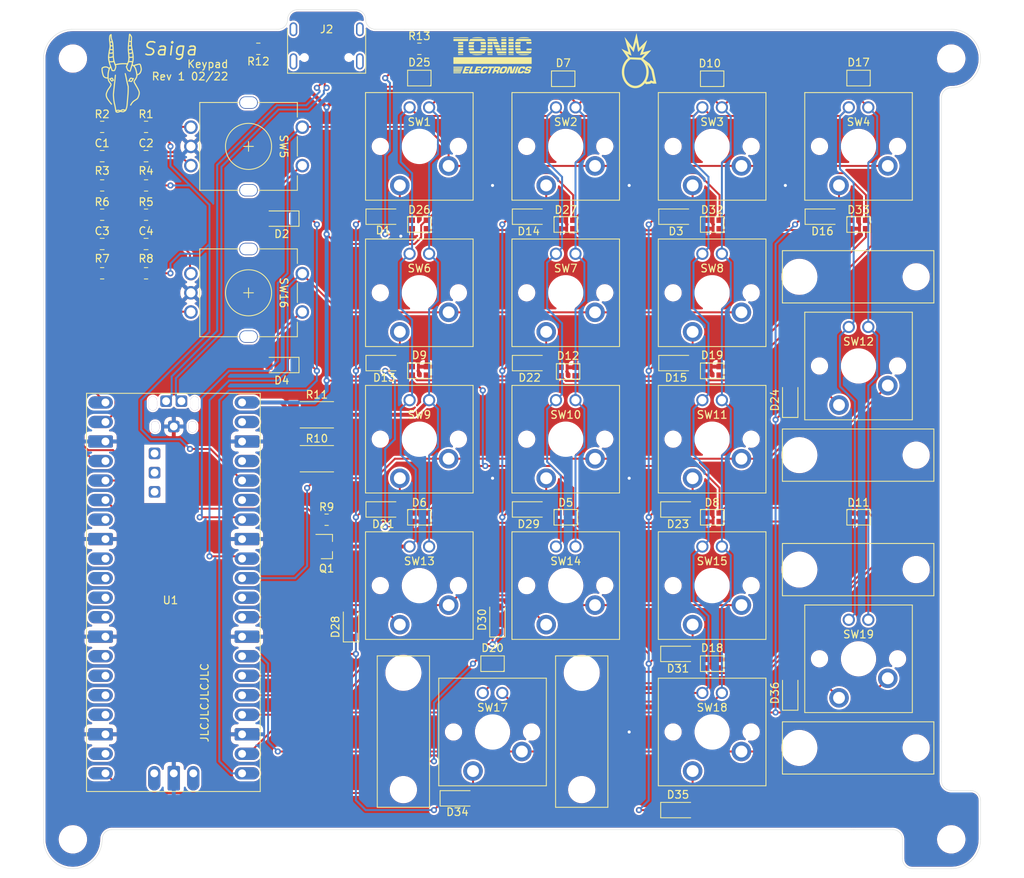
<source format=kicad_pcb>
(kicad_pcb (version 20211014) (generator pcbnew)
  (title_block (title "Saiga Keypad") (date "2022-02-19") (rev "1") (company "Tonic") (comment 1 "Pcb for the Saiga Keypad"))
  (layers (0 "F.Cu" signal) (31 "B.Cu" signal) (34 "B.Paste" user) (35 "F.Paste" user) (36 "B.SilkS" user "B.Silkscreen") (37 "F.SilkS" user "F.Silkscreen") (38 "B.Mask" user) (39 "F.Mask" user) (44 "Edge.Cuts" user))
  (net 0 "")
  (net 1 "GND")
  (net 2 "Net-(C1-Pad1)")
  (net 3 "Net-(C2-Pad2)")
  (net 4 "Net-(C3-Pad1)")
  (net 5 "Net-(C4-Pad2)")
  (net 6 "Net-(D1-Pad2)")
  (net 7 "Col1")
  (net 8 "Col2")
  (net 9 "Net-(D3-Pad2)")
  (net 10 "Col3")
  (net 11 "Col4")
  (net 12 "+5V")
  (net 13 "Led1")
  (net 14 "Led2")
  (net 15 "Led3")
  (net 16 "Led4")
  (net 17 "Net-(D13-Pad2)")
  (net 18 "Net-(D14-Pad2)")
  (net 19 "Net-(D15-Pad2)")
  (net 20 "E12")
  (net 21 "Net-(D21-Pad2)")
  (net 22 "Net-(D22-Pad2)")
  (net 23 "Net-(D23-Pad2)")
  (net 24 "Net-(D24-Pad2)")
  (net 25 "Net-(D28-Pad2)")
  (net 26 "Net-(D29-Pad2)")
  (net 27 "Net-(D30-Pad2)")
  (net 28 "E22")
  (net 29 "Net-(D34-Pad2)")
  (net 30 "Net-(D35-Pad2)")
  (net 31 "Net-(D36-Pad2)")
  (net 32 "D+")
  (net 33 "D-")
  (net 34 "Net-(J2-Pad6)")
  (net 35 "Net-(J2-Pad7)")
  (net 36 "BL")
  (net 37 "BLGP")
  (net 38 "+3V3")
  (net 39 "A2")
  (net 40 "B2")
  (net 41 "A1")
  (net 42 "B1")
  (net 43 "BLI")
  (net 44 "E11")
  (net 45 "Row3")
  (net 46 "Row5")
  (net 47 "Net-(D6-Pad1)")
  (net 48 "Net-(D10-Pad3)")
  (net 49 "Net-(D11-Pad3)")
  (net 50 "Net-(D12-Pad3)")
  (net 51 "Net-(D10-Pad1)")
  (net 52 "Net-(D11-Pad1)")
  (net 53 "Net-(D12-Pad1)")
  (net 54 "Net-(D16-Pad2)")
  (net 55 "Net-(D31-Pad2)")
  (net 56 "Row4")
  (net 57 "Col5")
  (net 58 "E21")
  (net 59 "Net-(D5-Pad3)")
  (net 60 "Net-(D18-Pad3)")
  (net 61 "Net-(D25-Pad3)")
  (net 62 "Net-(D26-Pad3)")
  (net 63 "Net-(D27-Pad3)")
  (net 64 "Net-(D32-Pad3)")
  (footprint "Capacitor_SMD:C_0805_2012Metric_Pad1.18x1.45mm_HandSolder" (layer "F.Cu") (at 87.63 63.5)
    (fp_text reference "C3")
    (fp_text value "10nF")
  )
  (footprint "Capacitor_SMD:C_0805_2012Metric_Pad1.18x1.45mm_HandSolder" (layer "F.Cu") (at 93.345 63.5)
    (fp_text reference "C4")
    (fp_text value "10nF")
  )
  (footprint "Diode_SMD:D_SOD-123" (layer "F.Cu") (at 124.206 59.944)
    (fp_text reference "D1")
    (fp_text value "1N4148")
  )
  (footprint "Diode_SMD:D_SOD-123" (layer "F.Cu") (at 110.998 60.198 180)
    (fp_text reference "D2")
    (fp_text value "1N4148")
  )
  (footprint "Diode_SMD:D_SOD-123" (layer "F.Cu") (at 162.306 59.944)
    (fp_text reference "D3")
    (fp_text value "1N4148")
  )
  (footprint "Diode_SMD:D_SOD-123" (layer "F.Cu") (at 110.998 79.248 180)
    (fp_text reference "D4")
    (fp_text value "1N4148")
  )
  (footprint "Diode_SMD:D_SOD-123" (layer "F.Cu") (at 124.206 78.994)
    (fp_text reference "D13")
    (fp_text value "1N4148")
  )
  (footprint "Diode_SMD:D_SOD-123" (layer "F.Cu") (at 143.256 59.944)
    (fp_text reference "D14")
    (fp_text value "1N4148")
  )
  (footprint "Diode_SMD:D_SOD-123" (layer "F.Cu") (at 162.306 78.994)
    (fp_text reference "D15")
    (fp_text value "1N4148")
  )
  (footprint "Diode_SMD:D_SOD-123" (layer "F.Cu") (at 181.356 59.944)
    (fp_text reference "D16")
    (fp_text value "1N4148")
  )
  (footprint "Diode_SMD:D_SOD-123" (layer "F.Cu") (at 124.206 98.044)
    (fp_text reference "D21")
    (fp_text value "1N4148")
  )
  (footprint "Diode_SMD:D_SOD-123" (layer "F.Cu") (at 143.256 78.994)
    (fp_text reference "D22")
    (fp_text value "1N4148")
  )
  (footprint "Diode_SMD:D_SOD-123" (layer "F.Cu") (at 143.256 98.044)
    (fp_text reference "D29")
    (fp_text value "1N4148")
  )
  (footprint "Diode_SMD:D_SOD-123" (layer "F.Cu") (at 139.065 112.395 90)
    (fp_text reference "D30")
    (fp_text value "1N4148")
  )
  (footprint "Diode_SMD:D_SOD-123" (layer "F.Cu") (at 162.56 116.84)
    (fp_text reference "D31")
    (fp_text value "1N4148")
  )
  (footprint "Diode_SMD:D_SOD-123" (layer "F.Cu") (at 133.858 135.636)
    (fp_text reference "D34")
    (fp_text value "1N4148")
  )
  (footprint "Diode_SMD:D_SOD-123" (layer "F.Cu") (at 162.56 137.16)
    (fp_text reference "D35")
    (fp_text value "1N4148")
  )
  (footprint "Diode_SMD:D_SOD-123" (layer "F.Cu") (at 177.165 121.92 90)
    (fp_text reference "D36")
    (fp_text value "1N4148")
  )
  (footprint "KiCad Bauteile:MC-311D" (layer "F.Cu") (at 116.84 35.56 180)
    (fp_text reference "J2")
    (fp_text value "MC-311D")
  )
  (footprint "Package_TO_SOT_SMD:SOT-23" (layer "F.Cu") (at 116.84 102.87)
    (fp_text reference "Q1")
    (fp_text value "BSN20")
  )
  (footprint "Resistor_SMD:R_0805_2012Metric_Pad1.20x1.40mm_HandSolder" (layer "F.Cu") (at 93.345 59.69)
    (fp_text reference "R5")
    (fp_text value "10k")
  )
  (footprint "Resistor_SMD:R_0805_2012Metric_Pad1.20x1.40mm_HandSolder" (layer "F.Cu") (at 87.63 59.69)
    (fp_text reference "R6")
    (fp_text value "10k")
  )
  (footprint "Resistor_SMD:R_0805_2012Metric_Pad1.20x1.40mm_HandSolder" (layer "F.Cu") (at 87.63 67.31 180)
    (fp_text reference "R7")
    (fp_text value "10k")
  )
  (footprint "Resistor_SMD:R_0805_2012Metric_Pad1.20x1.40mm_HandSolder" (layer "F.Cu") (at 93.345 67.31 180)
    (fp_text reference "R8")
    (fp_text value "10k")
  )
  (footprint "Resistor_SMD:R_0805_2012Metric_Pad1.20x1.40mm_HandSolder" (layer "F.Cu") (at 116.84 99.38)
    (fp_text reference "R9")
    (fp_text value "10k")
  )
  (footprint "Resistor_SMD:R_0805_2012Metric_Pad1.20x1.40mm_HandSolder" (layer "F.Cu") (at 107.95 38.1 180)
    (fp_text reference "R12")
    (fp_text value "5k1")
  )
  (footprint "Resistor_SMD:R_0805_2012Metric_Pad1.20x1.40mm_HandSolder" (layer "F.Cu") (at 128.905 38.1)
    (fp_text reference "R13")
    (fp_text value "5k1")
  )
  (footprint "KiCad Bauteile:Cherry_MX_5_Led" (layer "F.Cu") (at 147.955 50.8 180)
    (fp_text reference "SW2")
    (fp_text value "MX")
  )
  (footprint "KiCad Bauteile:Cherry_MX_5_Led" (layer "F.Cu") (at 167.005 50.8 180)
    (fp_text reference "SW3")
    (fp_text value "MX")
  )
  (footprint "KiCad Bauteile:Cherry_MX_5_Led" (layer "F.Cu") (at 186.055 50.8 180)
    (fp_text reference "SW4")
    (fp_text value "MX")
  )
  (footprint "Self:PEC11L" (layer "F.Cu") (at 106.68 50.8 -90)
    (fp_text reference "SW5")
    (fp_text value "Rotary_Encoder_Switch")
  )
  (footprint "KiCad Bauteile:Cherry_MX_5_Led" (layer "F.Cu") (at 128.905 69.85 180)
    (fp_text reference "SW6")
    (fp_text value "MX")
  )
  (footprint "KiCad Bauteile:Cherry_MX_5_Led" (layer "F.Cu") (at 147.955 69.85 180)
    (fp_text reference "SW7")
    (fp_text value "MX")
  )
  (footprint "KiCad Bauteile:Cherry_MX_5_Led" (layer "F.Cu") (at 128.905 88.9 180)
    (fp_text reference "SW9")
    (fp_text value "MX")
  )
  (footprint "KiCad Bauteile:Cherry_MX_5_Led" (layer "F.Cu") (at 147.955 88.9 180)
    (fp_text reference "SW10")
    (fp_text value "MX")
  )
  (footprint "KiCad Bauteile:Cherry_MX_5_Led" (layer "F.Cu") (at 167.005 88.9 180)
    (fp_text reference "SW11")
    (fp_text value "MX")
  )
  (footprint "KiCad Bauteile:Cherry_MX_5_Led" (layer "F.Cu") (at 186.055 79.375 180)
    (fp_text reference "SW12")
    (fp_text value "MX")
  )
  (footprint "KiCad Bauteile:Cherry_MX_5_Led" (layer "F.Cu") (at 128.905 107.95 180)
    (fp_text reference "SW13")
    (fp_text value "MX")
  )
  (footprint "KiCad Bauteile:Cherry_MX_5_Led" (layer "F.Cu") (at 147.955 107.95 180)
    (fp_text reference "SW14")
    (fp_text value "MX")
  )
  (footprint "KiCad Bauteile:Cherry_MX_5_Led" (layer "F.Cu") (at 167.005 107.95 180)
    (fp_text reference "SW15")
    (fp_text value "MX")
  )
  (footprint "Self:PEC11L" (layer "F.Cu") (at 106.68 69.85 -90)
    (fp_text reference "SW16")
    (fp_text value "Rotary_Encoder_Switch")
  )
  (footprint "KiCad Bauteile:Cherry_MX_5_Led" (layer "F.Cu") (at 138.43 127 180)
    (fp_text reference "SW17")
    (fp_text value "MX")
  )
  (footprint "KiCad Bauteile:Cherry_MX_5_Led" (layer "F.Cu") (at 167.005 127 180)
    (fp_text reference "SW18")
    (fp_text value "MX")
  )
  (footprint "KiCad Bauteile:Cherry_MX_5_Led" (layer "F.Cu") (at 186.055 117.475 180)
    (fp_text reference "SW19")
    (fp_text value "MX")
  )
  (footprint "KiCad Bauteile:Cherry_MX_5_Led" (layer "F.Cu") (at 128.905 50.8 180)
    (fp_text reference "SW1")
    (fp_text value "MX")
  )
  (footprint "KiCad Bauteile:WS2812B-2020" (layer "F.Cu") (at 147.955 99.06 180)
    (fp_text reference "D5")
    (fp_text value "WS2812B-2020")
  )
  (footprint "KiCad Bauteile:WS2812B-2020" (layer "F.Cu") (at 128.905 99.06 180)
    (fp_text reference "D6")
    (fp_text value "WS2812B-2020")
  )
  (footprint "KiCad Bauteile:WS2812B-2020" (layer "F.Cu") (at 147.625 41.995)
    (fp_text reference "D7")
    (fp_text value "WS2812B-2020")
  )
  (footprint "KiCad Bauteile:WS2812B-2020" (layer "F.Cu") (at 167.005 99.06 180)
    (fp_text reference "D8")
    (fp_text value "WS2812B-2020")
  )
  (footprint "KiCad Bauteile:WS2812B-2020" (layer "F.Cu") (at 128.905 80.01)
    (fp_text reference "D9")
    (fp_text value "WS2812B-2020")
  )
  (footprint "KiCad Bauteile:WS2812B-2020" (layer "F.Cu") (at 167.005 41.995)
    (fp_text reference "D10")
    (fp_text value "WS2812B-2020")
  )
  (footprint "KiCad Bauteile:WS2812B-2020" (layer "F.Cu") (at 186.055 99.06 180)
    (fp_text reference "D11")
    (fp_text value "WS2812B-2020")
  )
  (footprint "KiCad Bauteile:WS2812B-2020" (layer "F.Cu") (at 148.26 80.095)
    (fp_text reference "D12")
    (fp_text value "WS2812B-2020")
  )
  (footprint "KiCad Bauteile:WS2812B-2020" (layer "F.Cu") (at 186.055 41.91)
    (fp_text reference "D17")
    (fp_text value "WS2812B-2020")
  )
  (footprint "KiCad Bauteile:WS2812B-2020" (layer "F.Cu") (at 167.005 80.01)
    (fp_text reference "D19")
    (fp_text value "WS2812B-2020")
  )
  (footprint "KiCad Bauteile:WS2812B-2020" (layer "F.Cu") (at 138.43 118.11)
    (fp_text reference "D20")
    (fp_text value "WS2812B-2020")
  )
  (footprint "KiCad Bauteile:WS2812B-2020" (layer "F.Cu") (at 128.905 41.91)
    (fp_text reference "D25")
    (fp_text value "WS2812B-2020")
  )
  (footprint "KiCad Bauteile:WS2812B-2020" (layer "F.Cu") (at 128.905 60.96 180)
    (fp_text reference "D26")
    (fp_text value "WS2812B-2020")
  )
  (footprint "KiCad Bauteile:WS2812B-2020" (layer "F.Cu") (at 147.955 60.96 180)
    (fp_text reference "D27")
    (fp_text value "WS2812B-2020")
  )
  (footprint "KiCad Bauteile:WS2812B-2020" (layer "F.Cu") (at 167.005 60.96 180)
    (fp_text reference "D32")
    (fp_text value "WS2812B-2020")
  )
  (footprint "KiCad Bauteile:WS2812B-2020" (layer "F.Cu") (at 186.055 60.96 180)
    (fp_text reference "D33")
    (fp_text value "WS2812B-2020")
  )
  (footprint "KiCad Bauteile:2u Stabilizer" (layer "F.Cu") (at 186.055 79.375 90)
    (fp_text reference "REF**" hide)
    (fp_text value "2u Stabilizer")
  )
  (footprint "Diode_SMD:D_SOD-123" (layer "F.Cu") (at 120.015 113.03 90)
    (fp_text reference "D28")
    (fp_text value "1N4148")
  )
  (footprint "KiCad Bauteile:2u Stabilizer" (layer "F.Cu") (at 186.055 117.475 90)
    (fp_text reference "REF**" hide)
    (fp_text value "2u Stabilizer")
  )
  (footprint "Diode_SMD:D_SOD-123" (layer "F.Cu") (at 177.165 83.82 90)
    (fp_text reference "D24")
    (fp_text value "1N4148")
  )
  (footprint "Diode_SMD:D_SOD-123" (layer "F.Cu") (at 162.56 98.044)
    (fp_text reference "D23")
    (fp_text value "1N4148")
  )
  (footprint "MountingHole:MountingHole_3.2mm_M3" (layer "F.Cu") (at 198.12 140.97)
    (fp_text reference "REF**" hide)
    (fp_text value "MountingHole_3.2mm_M3")
  )
  (footprint "MountingHole:MountingHole_3.2mm_M3" (layer "F.Cu") (at 83.82 39.37)
    (fp_text reference "REF**" hide)
    (fp_text value "MountingHole_3.2mm_M3")
  )
  (footprint "KiCad Bauteile:RP Pico" (layer "F.Cu") (at 96.52 109.855)
    (fp_text reference "U1")
    (fp_text value "RP2040_Pico")
  )
  (footprint "Capacitor_SMD:C_0805_2012Metric_Pad1.18x1.45mm_HandSolder" (layer "F.Cu") (at 87.63 52.07)
    (fp_text reference "C1")
    (fp_text value "10nF")
  )
  (footprint "Capacitor_SMD:C_0805_2012Metric_Pad1.18x1.45mm_HandSolder" (layer "F.Cu") (at 93.345 52.07)
    (fp_text reference "C2")
    (fp_text value "10nF")
  )
  (footprint "Resistor_SMD:R_0805_2012Metric_Pad1.20x1.40mm_HandSolder" (layer "F.Cu") (at 87.63 55.88 180)
    (fp_text reference "R3")
    (fp_text value "10k")
  )
  (footprint "Resistor_SMD:R_0805_2012Metric_Pad1.20x1.40mm_HandSolder" (layer "F.Cu") (at 93.345 55.88 180)
    (fp_text reference "R4")
    (fp_text value "10k")
  )
  (footprint "Resistor_SMD:R_0805_2012Metric_Pad1.20x1.40mm_HandSolder" (layer "F.Cu") (at 87.63 48.26)
    (fp_text reference "R2")
    (fp_text value "10k")
  )
  (footprint "Resistor_SMD:R_0805_2012Metric_Pad1.20x1.40mm_HandSolder" (layer "F.Cu") (at 93.345 48.26)
    (fp_text reference "R1")
    (fp_text value "10k")
  )
  (footprint "MountingHole:MountingHole_3.2mm_M3" (layer "F.Cu") (at 83.82 140.97)
    (fp_text reference "REF**" hide)
    (fp_text value "MountingHole_3.2mm_M3")
  )
  (footprint "KiCad Bauteile:WS2812B-2020" (layer "F.Cu") (at 167.005 118.11)
    (fp_text reference "D18")
    (fp_text value "WS2812B-2020")
  )
  (footprint "KiCad Bauteile:Cherry_MX_5_Led" (layer "F.Cu") (at 167.005 69.85 180)
    (fp_text reference "SW8")
    (fp_text value "MX")
  )
  (footprint "KiCad Bauteile:2u Stabilizer" (layer "F.Cu") (at 138.43 127)
    (fp_text reference "REF**" hide)
    (fp_text value "2u Stabilizer")
  )
  (footprint "Resistor_SMD:R_2512_6332Metric_Pad1.40x3.35mm_HandSolder" (layer "F.Cu") (at 115.57 91.44)
    (fp_text reference "R10")
    (fp_text value "100")
  )
  (footprint "Resistor_SMD:R_2512_6332Metric_Pad1.40x3.35mm_HandSolder" (layer "F.Cu") (at 115.57 85.725)
    (fp_text reference "R11")
    (fp_text value "100")
  )
  (footprint "LOGO" (layer "F.Cu") (at 138.43 39.37)
    (fp_text reference "G***" hide)
    (fp_text value "LOGO" hide)
  )
  (footprint "LOGO" (layer "F.Cu") (at 90.17 41.275)
    (fp_text reference "G***" hide)
    (fp_text value "LOGO" hide)
  )
  (footprint "LOGO" (layer "F.Cu") (at 157.48 39.624)
    (fp_text reference "G***" hide)
    (fp_text value "LOGO" hide)
  )
  (footprint "MountingHole:MountingHole_3.2mm_M3" (layer "F.Cu") (at 198.12 39.37)
    (fp_text reference "REF**" hide)
    (fp_text value "MountingHole_3.2mm_M3")
  )
  (gr_line (start 196.85 44.45) (end 196.85 128.27) (layer "Edge.Cuts") (width 0.05))
  (gr_line (start 80.01 39.37) (end 80.01 140.97) (layer "Edge.Cuts") (width 0.05))
  (gr_line (start 110.49 35.56) (end 83.82 35.56) (layer "Edge.Cuts") (width 0.05))
  (gr_line (start 127 35.56) (end 198.12 35.56) (layer "Edge.Cuts") (width 0.05))
  (gr_arc (start 198.12 134.62) (mid 197.221974 134.248026) (end 196.85 133.35) (layer "Edge.Cuts") (width 0.05))
  (gr_arc (start 86.514077 143.664077) (mid 85.278024 144.489981) (end 83.82 144.78) (layer "Edge.Cuts") (width 0.05))
  (gr_arc (start 80.01 39.37) (mid 81.125923 36.675923) (end 83.82 35.56) (layer "Edge.Cuts") (width 0.05))
  (gr_arc (start 201.93 140.97) (mid 200.814077 143.664077) (end 198.12 144.78) (layer "Edge.Cuts") (width 0.05))
  (gr_arc (start 123.19 35.56) (mid 122.291974 35.188026) (end 121.92 34.29) (layer "Edge.Cuts") (width 0.05))
  (gr_arc (start 120.65 33.02) (mid 121.548026 33.391974) (end 121.92 34.29) (layer "Edge.Cuts") (width 0.05))
  (gr_arc (start 87.63 140.97) (mid 88.001974 140.071974) (end 88.9 139.7) (layer "Edge.Cuts") (width 0.05))
  (gr_line (start 120.65 33.02) (end 113.03 33.02) (layer "Edge.Cuts") (width 0.05))
  (gr_line (start 201.93 135.89) (end 201.93 140.97) (layer "Edge.Cuts") (width 0.05))
  (gr_line (start 190.5 139.7) (end 185.42 139.7) (layer "Edge.Cuts") (width 0.05))
  (gr_line (start 198.12 134.62) (end 200.66 134.62) (layer "Edge.Cuts") (width 0.05))
  (gr_arc (start 200.66 134.62) (mid 201.558026 134.991974) (end 201.93 135.89) (layer "Edge.Cuts") (width 0.05))
  (gr_arc (start 111.76 34.29) (mid 111.388026 35.188026) (end 110.49 35.56) (layer "Edge.Cuts") (width 0.05))
  (gr_arc (start 190.5 139.7) (mid 191.398026 140.071974) (end 191.77 140.97) (layer "Edge.Cuts") (width 0.05))
  (gr_line (start 88.9 139.7) (end 185.42 139.7) (layer "Edge.Cuts") (width 0.05))
  (gr_line (start 123.19 35.56) (end 127 35.56) (layer "Edge.Cuts") (width 0.05))
  (gr_arc (start 193.04 144.78) (mid 192.141974 144.408026) (end 191.77 143.51) (layer "Edge.Cuts") (width 0.05))
  (gr_line (start 198.12 144.78) (end 193.04 144.78) (layer "Edge.Cuts") (width 0.05))
  (gr_line (start 196.85 128.27) (end 196.85 133.35) (layer "Edge.Cuts") (width 0.05))
  (gr_arc (start 87.629999 140.97) (mid 87.33998 142.428023) (end 86.514076 143.664076) (layer "Edge.Cuts") (width 0.05))
  (gr_arc (start 111.76 34.29) (mid 112.131974 33.391974) (end 113.03 33.02) (layer "Edge.Cuts") (width 0.05))
  (gr_line (start 191.77 140.97) (end 191.77 143.51) (layer "Edge.Cuts") (width 0.05))
  (gr_arc (start 198.12 35.56) (mid 201.93 39.37) (end 198.12 43.18) (layer "Edge.Cuts") (width 0.05))
  (gr_arc (start 196.85 44.45) (mid 197.221974 43.551974) (end 198.12 43.18) (layer "Edge.Cuts") (width 0.05))
  (gr_arc (start 83.82 144.78) (mid 81.125923 143.664077) (end 80.01 140.97) (layer "Edge.Cuts") (width 0.05))
  (gr_text "Saiga" (at 96.52 38.1) (layer "F.SilkS") (effects (font (size 1.7 1.7) (thickness 0.2) italic)))
  (gr_text "Keypad\nRev 1 02/22" (at 104.14 40.894) (layer "F.SilkS") (effects (font (size 1 1)) (justify right)))
  (gr_text "JLCJLCJLCJLC" (at 100.965 123.19 90) (layer "F.SilkS") (effects (font (size 1 1))))
  (segment (start 88.6675 52.07) (end 92.3075 52.07) (width 0.254) (layer "F.Cu") (net 1))
  (segment (start 88.6675 63.5) (end 92.3075 63.5) (width 0.254) (layer "F.Cu") (net 1))
  (via (at 126.492 62.484) (size 0.8) (drill 0.4) (layers "F.Cu" "B.Cu") (net 1))
  (via (at 156.21 93.98) (size 0.8) (drill 0.4) (layers "F.Cu" "B.Cu") (net 1))
  (via (at 176.53 55.88) (size 0.8) (drill 0.4) (layers "F.Cu" "B.Cu") (net 1))
  (via (at 138.43 93.98) (size 0.8) (drill 0.4) (layers "F.Cu" "B.Cu") (net 1))
  (via (at 156.21 55.88) (size 0.8) (drill 0.4) (layers "F.Cu" "B.Cu") (net 1))
  (via (at 138.43 55.88) (size 0.8) (drill 0.4) (layers "F.Cu" "B.Cu") (net 1))
  (via (at 156.21 127) (size 0.8) (drill 0.4) (layers "F.Cu" "B.Cu") (net 1))
  (segment (start 96.52 48.26) (end 99.06 48.26) (width 0.254) (layer "F.Cu") (net 2))
  (segment (start 88.63 50.0325) (end 86.5925 52.07) (width 0.254) (layer "F.Cu") (net 2))
  (segment (start 92.345 48.26) (end 93.615 46.99) (width 0.254) (layer "F.Cu") (net 2))
  (segment (start 88.63 48.26) (end 88.63 50.0325) (width 0.254) (layer "F.Cu") (net 2))
  (segment (start 93.615 46.99) (end 95.25 46.99) (width 0.254) (layer "F.Cu") (net 2))
  (segment (start 88.63 48.26) (end 92.345 48.26) (width 0.254) (layer "F.Cu") (net 2))
  (segment (start 95.25 46.99) (end 96.52 48.26) (width 0.254) (layer "F.Cu") (net 2))
  (segment (start 88.63 55.88) (end 92.345 55.88) (width 0.254) (layer "F.Cu") (net 3))
  (segment (start 94.3825 52.07) (end 94.3825 53.8425) (width 0.254) (layer "F.Cu") (net 3))
  (segment (start 94.3825 53.8425) (end 92.345 55.88) (width 0.254) (layer "F.Cu") (net 3))
  (segment (start 94.3825 52.07) (end 97.87 52.07) (width 0.254) (layer "F.Cu") (net 3))
  (segment (start 97.87 52.07) (end 99.06 53.26) (width 0.254) (layer "F.Cu") (net 3))
  (segment (start 95.25 60.96) (end 99.06 64.77) (width 0.254) (layer "F.Cu") (net 4))
  (segment (start 88.63 59.69) (end 92.345 59.69) (width 0.254) (layer "F.Cu") (net 4))
  (segment (start 88.63 59.69) (end 88.63 61.4625) (width 0.254) (layer "F.Cu") (net 4))
  (segment (start 99.06 64.77) (end 99.06 67.31) (width 0.254) (layer "F.Cu") (net 4))
  (segment (start 92.71 60.96) (end 95.25 60.96) (width 0.254) (layer "F.Cu") (net 4))
  (segment (start 92.345 59.69) (end 92.345 60.595) (width 0.254) (layer "F.Cu") (net 4))
  (segment (start 88.63 61.4625) (end 86.5925 63.5) (width 0.254) (layer "F.Cu") (net 4))
  (segment (start 92.345 60.595) (end 92.71 60.96) (width 0.254) (layer "F.Cu") (net 4))
  (segment (start 94.3825 63.5) (end 94.3825 65.2725) (width 0.254) (layer "F.Cu") (net 5))
  (segment (start 97.345 72.31) (end 99.06 72.31) (width 0.254) (layer "F.Cu") (net 5))
  (segment (start 92.345 67.31) (end 97.345 72.31) (width 0.254) (layer "F.Cu") (net 5))
  (segment (start 94.3825 65.2725) (end 92.345 67.31) (width 0.254) (layer "F.Cu") (net 5))
  (segment (start 88.63 67.31) (end 92.345 67.31) (width 0.254) (layer "F.Cu") (net 5))
  (segment (start 126.365 55.88) (end 126.365 59.435) (width 0.254) (layer "F.Cu") (net 6))
  (segment (start 126.365 59.435) (end 125.856 59.944) (width 0.254) (layer "F.Cu") (net 6))
  (segment (start 132.208 135.636) (end 132.208 135.762) (width 0.254) (layer "F.Cu") (net 7))
  (segment (start 105.84 119.68) (end 115.27 119.68) (width 0.254) (layer "F.Cu") (net 7))
  (segment (start 122.556 98.044) (end 121.666 98.044) (width 0.254) (layer "F.Cu") (net 7))
  (segment (start 132.208 135.762) (end 130.81 137.16) (width 0.254) (layer "F.Cu") (net 7))
  (segment (start 122.556 59.944) (end 121.666 59.944) (width 0.254) (layer "F.Cu") (net 7))
  (segment (start 120.65 116.84) (end 120.65 115.315) (width 0.254) (layer "F.Cu") (net 7))
  (segment (start 115.27 119.68) (end 118.11 116.84) (width 0.254) (layer "F.Cu") (net 7))
  (segment (start 121.666 98.044) (end 120.65 99.06) (width 0.254) (layer "F.Cu") (net 7))
  (segment (start 122.556 78.994) (end 121.666 78.994) (width 0.254) (layer "F.Cu") (net 7))
  (segment (start 120.65 115.315) (end 120.015 114.68) (width 0.254) (layer "F.Cu") (net 7))
  (segment (start 118.11 116.84) (end 120.65 116.84) (width 0.254) (layer "F.Cu") (net 7))
  (segment (start 121.666 59.944) (end 120.65 60.96) (width 0.254) (layer "F.Cu") (net 7))
  (segment (start 121.666 78.994) (end 120.65 80.01) (width 0.254) (layer "F.Cu") (net 7))
  (via (at 130.81 137.16) (size 0.8) (drill 0.4) (layers "F.Cu" "B.Cu") (net 7))
  (via (at 120.65 60.96) (size 0.8) (drill 0.4) (layers "F.Cu" "B.Cu") (net 7))
  (via (at 120.65 99.06) (size 0.8) (drill 0.4) (layers "F.Cu" "B.Cu") (net 7))
  (via (at 120.65 116.84) (size 0.8) (drill 0.4) (layers "F.Cu" "B.Cu") (net 7))
  (via (at 120.65 80.01) (size 0.8) (drill 0.4) (layers "F.Cu" "B.Cu") (net 7))
  (segment (start 120.65 60.96) (end 120.65 80.01) (width 0.254) (layer "B.Cu") (net 7))
  (segment (start 120.65 135.89) (end 121.92 137.16) (width 0.254) (layer "B.Cu") (net 7))
  (segment (start 120.65 80.01) (end 120.65 99.06) (width 0.254) (layer "B.Cu") (net 7))
  (segment (start 120.65 99.06) (end 120.65 116.84) (width 0.254) (layer "B.Cu") (net 7))
  (segment (start 120.65 116.84) (end 120.65 135.89) (width 0.254) (layer "B.Cu") (net 7))
  (segment (start 121.92 137.16) (end 130.81 137.16) (width 0.254) (layer "B.Cu") (net 7))
  (segment (start 117.81 122.22) (end 105.84 122.22) (width 0.254) (layer "F.Cu") (net 8))
  (segment (start 140.716 98.044) (end 139.7 99.06) (width 0.254) (layer "F.Cu") (net 8))
  (segment (start 140.716 59.944) (end 139.7 60.96) (width 0.254) (layer "F.Cu") (net 8))
  (segment (start 141.606 59.944) (end 140.716 59.944) (width 0.254) (layer "F.Cu") (net 8))
  (segment (start 138.43 114.68) (end 139.065 114.045) (width 0.254) (layer "F.Cu") (net 8))
  (segment (start 141.606 98.044) (end 140.716 98.044) (width 0.254) (layer "F.Cu") (net 8))
  (segment (start 138.43 115.57) (end 138.43 114.68) (width 0.254) (layer "F.Cu") (net 8))
  (segment (start 140.716 78.994) (end 139.7 80.01) (width 0.254) (layer "F.Cu") (net 8))
  (segment (start 141.606 78.994) (end 140.716 78.994) (width 0.254) (layer "F.Cu") (net 8))
  (segment (start 138.43 115.57) (end 124.46 115.57) (width 0.254) (layer "F.Cu") (net 8))
  (segment (start 124.46 115.57) (end 117.81 122.22) (width 0.254) (layer "F.Cu") (net 8))
  (via (at 139.7 80.01) (size 0.8) (drill 0.4) (layers "F.Cu" "B.Cu") (net 8))
  (via (at 139.7 99.06) (size 0.8) (drill 0.4) (layers "F.Cu" "B.Cu") (net 8))
  (via (at 139.7 60.96) (size 0.8) (drill 0.4) (layers "F.Cu" "B.Cu") (net 8))
  (via (at 138.43 115.57) (size 0.8) (drill 0.4) (layers "F.Cu" "B.Cu") (net 8))
  (segment (start 139.7 99.06) (end 139.7 114.3) (width 0.254) (layer "B.Cu") (net 8))
  (segment (start 139.7 60.96) (end 139.7 80.01) (width 0.254) (layer "B.Cu") (net 8))
  (segment (start 139.7 80.01) (end 139.7 99.06) (width 0.254) (layer "B.Cu") (net 8))
  (segment (start 139.7 114.3) (end 138.43 115.57) (width 0.254) (layer "B.Cu") (net 8))
  (segment (start 164.465 55.88) (end 164.465 59.435) (width 0.254) (layer "F.Cu") (net 9))
  (segment (start 164.465 59.435) (end 163.956 59.944) (width 0.254) (layer "F.Cu") (net 9))
  (segment (start 157.48 137.16) (end 160.91 137.16) (width 0.254) (layer "F.Cu") (net 10))
  (segment (start 157.48 115.57) (end 158.75 116.84) (width 0.254) (layer "F.Cu") (net 10))
  (segment (start 125.27648 116.02352) (end 135.89 116.02352) (width 0.254) (layer "F.Cu") (net 10))
  (segment (start 159.766 98.044) (end 158.75 99.06) (width 0.254) (layer "F.Cu") (net 10))
  (segment (start 159.766 59.944) (end 158.75 60.96) (width 0.254) (layer "F.Cu") (net 10))
  (segment (start 159.766 78.994) (end 158.75 80.01) (width 0.254) (layer "F.Cu") (net 10))
  (segment (start 160.656 59.944) (end 159.766 59.944) (width 0.254) (layer "F.Cu") (net 10))
  (segment (start 139.7 115.57) (end 157.48 115.57) (width 0.254) (layer "F.Cu") (net 10))
  (segment (start 116.54 124.76) (end 125.27648 116.02352) (width 0.254) (layer "F.Cu") (net 10))
  (segment (start 160.91 116.84) (end 160.02 116.84) (width 0.254) (layer "F.Cu") (net 10))
  (segment (start 160.656 78.994) (end 159.766 78.994) (width 0.254) (layer "F.Cu") (net 10))
  (segment (start 160.02 116.84) (end 158.75 118.11) (width 0.254) (layer "F.Cu") (net 10))
  (segment (start 136.162991 116.296511) (end 138.973489 116.296511) (width 0.254) (layer "F.Cu") (net 10))
  (segment (start 138.973489 116.296511) (end 139.7 115.57) (width 0.254) (layer "F.Cu") (net 10))
  (segment (start 135.89 116.02352) (end 136.162991 116.296511) (width 0.254) (layer "F.Cu") (net 10))
  (segment (start 158.75 116.84) (end 158.75 118.11) (width 0.254) (layer "F.Cu") (net 10))
  (segment (start 160.91 98.044) (end 159.766 98.044) (width 0.254) (layer "F.Cu") (net 10))
  (segment (start 105.84 124.76) (end 116.54 124.76) (width 0.254) (layer "F.Cu") (net 10))
  (via (at 158.75 99.06) (size 0.8) (drill 0.4) (layers "F.Cu" "B.Cu") (net 10))
  (via (at 158.75 60.96) (size 0.8) (drill 0.4) (layers "F.Cu" "B.Cu") (net 10))
  (via (at 158.75 80.01) (size 0.8) (drill 0.4) (layers "F.Cu" "B.Cu") (net 10))
  (via (at 157.48 137.16) (size 0.8) (drill 0.4) (layers "F.Cu" "B.Cu") (net 10))
  (via (at 158.75 118.11) (size 0.8) (drill 0.4) (layers "F.Cu" "B.Cu") (net 10))
  (segment (start 158.75 60.96) (end 158.75 80.01) (width 0.254) (layer "B.Cu") (net 10))
  (segment (start 158.75 99.06) (end 158.75 118.11) (width 0.254) (layer "B.Cu") (net 10))
  (segment (start 158.75 135.89) (end 157.48 137.16) (width 0.254) (layer "B.Cu") (net 10))
  (segment (start 158.75 80.01) (end 158.75 99.06) (width 0.254) (layer "B.Cu") (net 10))
  (segment (start 158.75 118.11) (end 158.75 135.89) (width 0.254) (layer "B.Cu") (net 10))
  (segment (start 176.275 124.46) (end 177.165 123.57) (width 0.254) (layer "F.Cu") (net 11))
  (segment (start 106.679611 129.84) (end 110.789611 125.73) (width 0.254) (layer "F.Cu") (net 11))
  (segment (start 175.26 124.46) (end 176.275 124.46) (width 0.254) (layer "F.Cu") (net 11))
  (segment (start 177.165 85.47) (end 176.15 85.47) (width 0.254) (layer "F.Cu") (net 11))
  (segment (start 111.76 125.73) (end 116.84 125.73) (width 0.254) (layer "F.Cu") (net 11))
  (segment (start 118.11 124.46) (end 175.26 124.46) (width 0.254) (layer "F.Cu") (net 11))
  (segment (start 178.816 59.944) (end 177.8 60.96) (width 0.254) (layer "F.Cu") (net 11))
  (segment (start 116.84 125.73) (end 118.11 124.46) (width 0.254) (layer "F.Cu") (net 11))
  (segment (start 176.15 85.47) (end 175.26 86.36) (width 0.254) (layer "F.Cu") (net 11))
  (segment (start 110.789611 125.73) (end 111.76 125.73) (width 0.254) (layer "F.Cu") (net 11))
  (segment (start 105.84 129.84) (end 106.679611 129.84) (width 0.254) (layer "F.Cu") (net 11))
  (segment (start 179.706 59.944) (end 178.816 59.944) (width 0.254) (layer "F.Cu") (net 11))
  (via (at 175.26 124.46) (size 0.8) (drill 0.4) (layers "F.Cu" "B.Cu") (net 11))
  (via (at 177.8 60.96) (size 0.8) (drill 0.4) (layers "F.Cu" "B.Cu") (net 11))
  (via (at 175.26 86.36) (size 0.8) (drill 0.4) (layers "F.Cu" "B.Cu") (net 11))
  (segment (start 175.26 86.36) (end 175.26 124.46) (width 0.254) (layer "B.Cu") (net 11))
  (segment (start 177.8 60.96) (end 175.26 63.5) (width 0.254) (layer "B.Cu") (net 11))
  (segment (start 175.26 63.5) (end 175.26 86.36) (width 0.254) (layer "B.Cu") (net 11))
  (segment (start 112.52 85.725) (end 112.52 91.44) (width 0.508) (layer "F.Cu") (net 12))
  (segment (start 129.87 98.51) (end 135.996511 92.383489) (width 0.254) (layer "F.Cu") (net 12))
  (segment (start 165.126298 92.383489) (end 155.046511 92.383489) (width 0.254) (layer "F.Cu") (net 12))
  (segment (start 147.97152 81.32152) (end 165.27848 81.32152) (width 0.254) (layer "F.Cu") (net 12))
  (segment (start 148.92 95.227191) (end 148.92 98.51) (width 0.254) (layer "F.Cu") (net 12))
  (segment (start 154.94 120.65) (end 164.05 120.65) (width 0.254) (layer "F.Cu") (net 12))
  (segment (start 119.24 43.04) (end 119.24 43.32) (width 0.508) (layer "F.Cu") (net 12))
  (segment (start 128.61652 81.23652) (end 146.70348 81.23652) (width 0.254) (layer "F.Cu") (net 12))
  (segment (start 138.14152 119.33652) (end 146.09348 119.33652) (width 0.254) (layer "F.Cu") (net 12))
  (segment (start 137.16 82.55) (end 135.89 81.28) (width 0.254) (layer "F.Cu") (net 12))
  (segment (start 147.32 43.18) (end 147.36152 43.22152) (width 0.254) (layer "F.Cu") (net 12))
  (segment (start 147.295 43.18) (end 147.32 43.18) (width 0.254) (layer "F.Cu") (net 12))
  (segment (start 155.046511 92.383489) (end 148.92 98.51) (width 0.254) (layer "F.Cu") (net 12))
  (segment (start 146.076298 92.383489) (end 148.92 95.227191) (width 0.254) (layer "F.Cu") (net 12))
  (segment (start 127.22 81.28) (end 116.84 81.28) (width 0.254) (layer "F.Cu") (net 12))
  (segment (start 187.02 57.127191) (end 187.02 60.41) (width 0.254) (layer "F.Cu") (net 12))
  (segment (start 137.465 118.66) (end 138.14152 119.33652) (width 0.254) (layer "F.Cu") (net 12))
  (segment (start 135.996511 54.283489) (end 146.076298 54.283489) (width 0.254) (layer "F.Cu") (net 12))
  (segment (start 146.70348 81.23652) (end 147.295 80.645) (width 0.254) (layer "F.Cu") (net 12))
  (segment (start 105.84 84.12) (end 110.915 84.12) (width 0.508) (layer "F.Cu") (net 12))
  (segment (start 147.36152 43.22152) (end 165.36348 43.22152) (width 0.254) (layer "F.Cu") (net 12))
  (segment (start 129.87 60.41) (end 135.996511 54.283489) (width 0.254) (layer "F.Cu") (net 12))
  (segment (start 127.94 42.46) (end 127.36 43.04) (width 0.254) (layer "F.Cu") (net 12))
  (segment (start 166.04 42.545) (end 166.778734 42.545) (width 0.254) (layer "F.Cu") (net 12))
  (segment (start 165.27848 81.32152) (end 166.04 80.56) (width 0.254) (layer "F.Cu") (net 12))
  (segment (start 148.92 60.41) (end 155.046511 54.283489) (width 0.254) (layer "F.Cu") (net 12))
  (segment (start 129.87 60.41) (end 129.778734 60.41) (width 0.254) (layer "F.Cu") (net 12))
  (segment (start 184.32848 43.22152) (end 185.09 42.46) (width 0.254) (layer "F.Cu") (net 12))
  (segment (start 146.06848 43.13652) (end 146.66 42.545) (width 0.254) (layer "F.Cu") (net 12))
  (segment (start 114.44 43.32) (end 116.84 45.72) (width 0.508) (layer "F.Cu") (net 12))
  (segment (start 187.96 105.41) (end 187.96 99.06) (width 0.254) (layer "F.Cu") (net 12))
  (segment (start 146.09348 119.33652) (end 148.606521 116.823479) (width 0.254) (layer "F.Cu") (net 12))
  (segment (start 129.14348 61.045254) (end 129.14348 62.62652) (width 0.254) (layer "F.Cu") (net 12))
  (segment (start 147.295 80.645) (end 147.97152 81.32152) (width 0.254) (layer "F.Cu") (net 12))
  (segment (start 166.778734 42.545) (end 167.455254 43.22152) (width 0.254) (layer "F.Cu") (net 12))
  (segment (start 127.36 43.04) (end 119.24 43.04) (width 0.254) (layer "F.Cu") (net 12))
  (segment (start 148.606521 116.823479) (end 151.113479 116.823479) (width 0.254) (layer "F.Cu") (net 12))
  (segment (start 167.97 98.51) (end 167.97 95.227191) (width 0.254) (layer "F.Cu") (net 12))
  (segment (start 135.996511 92.383489) (end 137.486511 92.383489) (width 0.254) (layer "F.Cu") (net 12))
  (segment (start 129.778734 60.41) (end 129.14348 61.045254) (width 0.254) (layer "F.Cu") (net 12))
  (segment (start 137.486511 92.383489) (end 146.076298 92.383489) (width 0.254) (layer "F.Cu") (net 12))
  (segment (start 119.24 43.32) (end 116.84 45.72) (width 0.508) (layer "F.Cu") (net 12))
  (segment (start 128.678734 42.46) (end 129.355254 43.13652) (width 0.254) (layer "F.Cu") (net 12))
  (segment (start 146.66 42.545) (end 147.295 43.18) (width 0.254) (layer "F.Cu") (net 12))
  (segment (start 114.44 40.39) (end 114.44 43.32) (width 0.508) (layer "F.Cu") (net 12))
  (segment (start 174.03348 119.33652) (end 187.96 105.41) (width 0.254) (layer "F.Cu") (net 12))
  (segment (start 166.04 118.66) (end 166.71652 119.33652) (width 0.254) (layer "F.Cu") (net 12))
  (segment (start 167.97 57.127191) (end 167.97 60.41) (width 0.254) (layer "F.Cu") (net 12))
  (segment (start 155.046511 54.283489) (end 165.126298 54.283489) (width 0.254) (layer "F.Cu") (net 12))
  (segment (start 166.71652 119.33652) (end 174.03348 119.33652) (width 0.254) (layer "F.Cu") (net 12))
  (segment (start 167.97 95.227191) (end 165.126298 92.383489) (width 0.254) (layer "F.Cu") (net 12))
  (segment (start 167.97 60.41) (end 174.096511 54.283489) (width 0.254) (layer "F.Cu") (net 12))
  (segment (start 127.94 80.56) (end 128.61652 81.23652) (width 0.254) (layer "F.Cu") (net 12))
  (segment (start 118.11 63.5) (end 116.84 62.23) (width 0.254) (layer "F.Cu") (net 12))
  (segment (start 168.64652 97.83348) (end 186.34348 97.83348) (width 0.254) (layer "F.Cu") (net 12))
  (segment (start 170.22348 81.23652) (end 187.74652 63.71348) (width 0.254) (layer "F.Cu") (net 12))
  (segment (start 129.355254 43.13652) (end 146.06848 43.13652) (width 0.254) (layer "F.Cu") (net 12))
  (segment (start 166.71652 81.23652) (end 170.22348 81.23652) (width 0.254) (layer "F.Cu") (net 12))
  (segment (start 119.24 42.05) (end 119.24 43.04) (width 0.508) (layer "F.Cu") (net 12))
  (segment (start 129.14348 62.62652) (end 128.27 63.5) (width 0.254) (layer "F.Cu") (net 12))
  (segment (start 174.096511 54.283489) (end 184.176298 54.283489) (width 0.254) (layer "F.Cu") (net 12))
  (segment (start 186.34348 97.83348) (end 187.02 98.51) (width 0.254) (layer "F.Cu") (net 12))
  (segment (start 119.24 40.39) (end 119.24 42.05) (width 0.508) (layer "F.Cu") (net 12))
  (segment (start 187.96 99.06) (end 187.41 98.51) (width 0.254) (layer "F.Cu") (net 12))
  (segment (start 128.27 63.5) (end 118.11 63.5) (width 0.254) (layer "F.Cu") (net 12))
  (segment (start 146.076298 54.283489) (end 148.92 57.127191) (width 0.254) (layer "F.Cu") (net 12))
  (segment (start 167.97 98.51) (end 168.64652 97.83348) (width 0.254) (layer "F.Cu") (net 12))
  (segment (start 187.41 98.51) (end 187.02 98.51) (width 0.254) (layer "F.Cu") (net 12))
  (segment (start 148.92 57.127191) (end 148.92 60.41) (width 0.254) (layer "F.Cu") (net 12))
  (segment (start 165.36348 43.22152) (end 166.04 42.545) (width 0.254) (layer "F.Cu") (net 12))
  (segment (start 127.94 42.46) (end 128.678734 42.46) (width 0.254) (layer "F.Cu") (net 12))
  (segment (start 127.94 80.56) (end 127.22 81.28) (width 0.254) (layer "F.Cu") (net 12))
  (segment (start 151.113479 116.823479) (end 154.94 120.65) (width 0.254) (layer "F.Cu") (net 12))
  (segment (start 187.74652 63.71348) (end 187.74652 61.045254) (width 0.254) (layer "F.Cu") (net 12))
  (segment (start 164.05 120.65) (end 166.04 118.66) (width 0.254) (layer "F.Cu") (net 12))
  (segment (start 184.176298 54.283489) (end 187.02 57.127191) (width 0.254) (layer "F.Cu") (net 12))
  (segment (start 165.126298 54.283489) (end 167.97 57.127191) (width 0.254) (layer "F.Cu") (net 12))
  (segment (start 166.04 80.56) (end 166.71652 81.23652) (width 0.254) (layer "F.Cu") (net 12))
  (segment (start 110.915 84.12) (end 112.52 85.725) (width 0.508) (layer "F.Cu") (net 12))
  (segment (start 167.455254 43.22152) (end 184.32848 43.22152) (width 0.254) (layer "F.Cu") (net 12))
  (segment (start 187.111266 60.41) (end 187.02 60.41) (width 0.254) (layer "F.Cu") (net 12))
  (segment (start 187.74652 61.045254) (end 187.111266 60.41) (width 0.254) (layer "F.Cu") (net 12))
  (via (at 137.16 82.55) (size 0.8) (drill 0.4) (layers "F.Cu" "B.Cu") (net 12))
  (via (at 116.84 81.28) (size 0.8) (drill 0.4) (layers "F.Cu" "B.Cu") (net 12))
  (via (at 116.84 62.23) (size 0.8) (drill 0.4) (layers "F.Cu" "B.Cu") (net 12))
  (via (at 137.486511 92.383489) (size 0.8) (drill 0.4) (layers "F.Cu" "B.Cu") (net 12))
  (via (at 116.84 45.72) (size 0.8) (drill 0.4) (layers "F.Cu" "B.Cu") (net 12))
  (segment (start 137.486511 92.383489) (end 137.16 92.056978) (width 0.254) (layer "B.Cu") (net 12))
  (segment (start 116.84 82.55) (end 115.27 84.12) (width 0.508) (layer "B.Cu") (net 12))
  (segment (start 116.84 45.72) (end 116.84 62.23) (width 0.508) (layer "B.Cu") (net 12))
  (segment (start 116.84 62.23) (end 116.84 81.28) (width 0.508) (layer "B.Cu") (net 12))
  (segment (start 137.16 92.056978) (end 137.16 82.55) (width 0.254) (layer "B.Cu") (net 12))
  (segment (start 115.27 84.12) (end 105.84 84.12) (width 0.508) (layer "B.Cu") (net 12))
  (segment (start 116.84 81.28) (end 116.84 82.55) (width 0.508) (layer "B.Cu") (net 12))
  (segment (start 135.89 118.11) (end 136.44 117.56) (width 0.254) (layer "F.Cu") (net 13))
  (segment (start 90.621521 134.941521) (end 122.868479 134.941521) (width 0.254) (layer "F.Cu") (net 13))
  (segment (start 129.54 130.81) (end 130.81 130.81) (width 0.254) (layer "F.Cu") (net 13))
  (segment (start 136.44 117.56) (end 137.465 117.56) (width 0.254) (layer "F.Cu") (net 13))
  (segment (start 122.868479 134.941521) (end 127 130.81) (width 0.254) (layer "F.Cu") (net 13))
  (segment (start 127 130.81) (end 129.54 130.81) (width 0.254) (layer "F.Cu") (net 13))
  (segment (start 88.06 132.38) (end 90.621521 134.941521) (width 0.254) (layer "F.Cu") (net 13))
  (via (at 135.89 118.11) (size 0.8) (drill 0.4) (layers "F.Cu" "B.Cu") (net 13))
  (via (at 130.81 130.81) (size 0.8) (drill 0.4) (layers "F.Cu" "B.Cu") (net 13))
  (segment (start 130.81 123.19) (end 135.89 118.11) (width 0.254) (layer "B.Cu") (net 13))
  (segment (start 130.81 130.81) (end 130.81 123.19) (width 0.254) (layer "B.Cu") (net 13))
  (segment (start 146.686978 98.51) (end 145.410467 99.786511) (width 0.254) (layer "F.Cu") (net 14))
  (segment (start 130.046511 99.786511) (end 129.87 99.61) (width 0.254) (layer "F.Cu") (net 14))
  (segment (start 145.410467 99.786511) (end 130.046511 99.786511) (width 0.254) (layer "F.Cu") (net 14))
  (segment (start 146.99 98.51) (end 146.686978 98.51) (width 0.254) (layer "F.Cu") (net 14))
  (segment (start 169.066331 80.56) (end 187.02 62.606331) (width 0.254) (layer "F.Cu") (net 15))
  (segment (start 167.97 80.56) (end 169.066331 80.56) (width 0.254) (layer "F.Cu") (net 15))
  (segment (start 187.02 62.606331) (end 187.02 61.51) (width 0.254) (layer "F.Cu") (net 15))
  (segment (start 129.87 42.46) (end 145.553734 42.46) (width 0.254) (layer "F.Cu") (net 16))
  (segment (start 146.568734 41.445) (end 146.66 41.445) (width 0.254) (layer "F.Cu") (net 16))
  (segment (start 145.553734 42.46) (end 146.568734 41.445) (width 0.254) (layer "F.Cu") (net 16))
  (segment (start 126.365 74.93) (end 126.365 78.485) (width 0.254) (layer "F.Cu") (net 17))
  (segment (start 126.365 78.485) (end 125.856 78.994) (width 0.254) (layer "F.Cu") (net 17))
  (segment (start 145.415 59.435) (end 144.906 59.944) (width 0.254) (layer "F.Cu") (net 18))
  (segment (start 145.415 55.88) (end 145.415 59.435) (width 0.254) (layer "F.Cu") (net 18))
  (segment (start 164.465 78.485) (end 163.956 78.994) (width 0.254) (layer "F.Cu") (net 19))
  (segment (start 164.465 74.93) (end 164.465 78.485) (width 0.254) (layer "F.Cu") (net 19))
  (segment (start 109.348 76.522) (end 113.56 72.31) (width 0.254) (layer "F.Cu") (net 20))
  (segment (start 109.348 79.248) (end 109.348 76.522) (width 0.254) (layer "F.Cu") (net 20))
  (segment (start 126.365 97.535) (end 125.856 98.044) (width 0.254) (layer "F.Cu") (net 21))
  (segment (start 126.365 93.98) (end 126.365 97.535) (width 0.254) (layer "F.Cu") (net 21))
  (segment (start 145.415 74.93) (end 145.415 78.485) (width 0.254) (layer "F.Cu") (net 22))
  (segment (start 145.415 78.485) (end 144.906 78.994) (width 0.254) (layer "F.Cu") (net 22))
  (segment (start 164.465 97.789) (end 164.21 98.044) (width 0.254) (layer "F.Cu") (net 23))
  (segment (start 164.465 93.98) (end 164.465 97.789) (width 0.254) (layer "F.Cu") (net 23))
  (segment (start 181.23 82.17) (end 183.515 84.455) (width 0.254) (layer "F.Cu") (net 24))
  (segment (start 177.165 82.17) (end 181.23 82.17) (width 0.254) (layer "F.Cu") (net 24))
  (segment (start 120.015 111.38) (end 124.715 111.38) (width 0.254) (layer "F.Cu") (net 25))
  (segment (start 124.715 111.38) (end 126.365 113.03) (width 0.254) (layer "F.Cu") (net 25))
  (segment (start 145.415 93.98) (end 145.415 97.535) (width 0.254) (layer "F.Cu") (net 26))
  (segment (start 145.415 97.535) (end 144.906 98.044) (width 0.254) (layer "F.Cu") (net 26))
  (segment (start 139.065 110.745) (end 143.13 110.745) (width 0.254) (layer "F.Cu") (net 27))
  (segment (start 143.13 110.745) (end 145.415 113.03) (width 0.254) (layer "F.Cu") (net 27))
  (segment (start 109.348 60.198) (end 109.348 57.472) (width 0.254) (layer "F.Cu") (net 28))
  (segment (start 109.348 57.472) (end 113.56 53.26) (width 0.254) (layer "F.Cu") (net 28))
  (segment (start 135.89 132.08) (end 135.89 135.254) (width 0.254) (layer "F.Cu") (net 29))
  (segment (start 135.89 135.254) (end 135.508 135.636) (width 0.254) (layer "F.Cu") (net 29))
  (segment (start 164.465 136.905) (end 164.21 137.16) (width 0.254) (layer "F.Cu") (net 30))
  (segment (start 164.465 132.08) (end 164.465 136.905) (width 0.254) (layer "F.Cu") (net 30))
  (segment (start 177.165 120.27) (end 181.23 120.27) (width 0.254) (layer "F.Cu") (net 31))
  (segment (start 181.23 120.27) (end 183.515 122.555) (width 0.254) (layer "F.Cu") (net 31))
  (segment (start 117.09 39.436978) (end 117.09 40.39) (width 0.254) (layer "F.Cu") (net 32))
  (segment (start 116.09 40.39) (end 116.09 39.436978) (width 0.254) (layer "F.Cu") (net 32))
  (segment (start 117.066511 39.413489) (end 117.09 39.436978) (width 0.254) (layer "F.Cu") (net 32))
  (segment (start 116.113489 39.413489) (end 117.066511 39.413489) (width 0.254) (layer "F.Cu") (net 32))
  (segment (start 116.09 42.66) (end 115.57 43.18) (width 0.254) (layer "F.Cu") (net 32))
  (segment (start 116.09 39.436978) (end 116.113489 39.413489) (width 0.254) (layer "F.Cu") (net 32))
  (segment (start 116.09 40.39) (end 116.09 42.66) (width 0.254) (layer "F.Cu") (net 32))
  (via (at 115.57 43.18) (size 0.8) (drill 0.4) (layers "F.Cu" "B.Cu") (net 32))
  (segment (start 115.927999 43.700263) (end 114.185262 45.443) (width 0.254) (layer "B.Cu") (net 32))
  (segment (start 115.57 43.18) (end 115.927999 43.537999) (width 0.254) (layer "B.Cu") (net 32))
  (segment (start 114.185262 45.443) (end 110.375262 45.443) (width 0.254) (layer "B.Cu") (net 32))
  (segment (start 102.593 74.815262) (end 96.672999 80.735263) (width 0.254) (layer "B.Cu") (net 32))
  (segment (start 115.927999 43.537999) (end 115.927999 43.700263) (width 0.254) (layer "B.Cu") (net 32))
  (segment (start 96.672999 83.227001) (end 95.95 83.95) (width 0.254) (layer "B.Cu") (net 32))
  (segment (start 102.593 53.225262) (end 102.593 74.815262) (width 0.254) (layer "B.Cu") (net 32))
  (segment (start 96.672999 80.735263) (end 96.672999 83.227001) (width 0.254) (layer "B.Cu") (net 32))
  (segment (start 110.375262 45.443) (end 102.593 53.225262) (width 0.254) (layer "B.Cu") (net 32))
  (segment (start 117.566511 41.366511) (end 116.613489 41.366511) (width 0.254) (layer "F.Cu") (net 33))
  (segment (start 116.59 40.39) (end 116.59 42.93) (width 0.254) (layer "F.Cu") (net 33))
  (segment (start 117.59 41.343022) (end 117.566511 41.366511) (width 0.254) (layer "F.Cu") (net 33))
  (segment (start 116.613489 41.366511) (end 116.59 41.343022) (width 0.254) (layer "F.Cu") (net 33))
  (segment (start 117.59 40.39) (end 117.59 41.343022) (width 0.254) (layer "F.Cu") (net 33))
  (segment (start 116.59 42.93) (end 116.84 43.18) (width 0.254) (layer "F.Cu") (net 33))
  (segment (start 116.59 41.343022) (end 116.59 40.39) (width 0.254) (layer "F.Cu") (net 33))
  (via (at 116.84 43.18) (size 0.8) (drill 0.4) (layers "F.Cu" "B.Cu") (net 33))
  (segment (start 97.227001 80.964737) (end 97.227001 83.227001) (width 0.254) (layer "B.Cu") (net 33))
  (segment (start 116.84 43.18) (end 116.482001 43.537999) (width 0.254) (layer "B.Cu") (net 33))
  (segment (start 97.227001 83.227001) (end 97.95 83.95) (width 0.254) (layer "B.Cu") (net 33))
  (segment (start 114.414738 45.997) (end 110.604738 45.997) (width 0.254) (layer "B.Cu") (net 33))
  (segment (start 103.147 75.044738) (end 97.227001 80.964737) (width 0.254) (layer "B.Cu") (net 33))
  (segment (start 103.147 53.454738) (end 103.147 75.044738) (width 0.254) (layer "B.Cu") (net 33))
  (segment (start 116.482001 43.929737) (end 114.414738 45.997) (width 0.254) (layer "B.Cu") (net 33))
  (segment (start 110.604738 45.997) (end 103.147 53.454738) (width 0.254) (layer "B.Cu") (net 33))
  (segment (start 116.482001 43.537999) (end 116.482001 43.929737) (width 0.254) (layer "B.Cu") (net 33))
  (segment (start 127.905 38.1) (end 119.426978 38.1) (width 0.254) (layer "F.Cu") (net 34))
  (segment (start 118.09 39.436978) (end 118.09 40.39) (width 0.254) (layer "F.Cu") (net 34))
  (segment (start 119.426978 38.1) (end 118.09 39.436978) (width 0.254) (layer "F.Cu") (net 34))
  (segment (start 113.802102 38.1) (end 115.09 39.387898) (width 0.254) (layer "F.Cu") (net 35))
  (segment (start 108.95 38.1) (end 113.802102 38.1) (width 0.254) (layer "F.Cu") (net 35))
  (segment (start 115.09 39.387898) (end 115.09 40.39) (width 0.254) (layer "F.Cu") (net 35))
  (segment (start 165.735 45.72) (end 166.855261 46.840261) (width 0.254) (layer "F.Cu") (net 36))
  (segment (start 128.755261 46.840261) (end 145.564739 46.840261) (width 0.254) (layer "F.Cu") (net 36))
  (segment (start 141.284289 121.92) (end 140.014289 120.65) (width 0.254) (layer "F.Cu") (net 36))
  (segment (start 164.614739 46.840261) (end 165.735 45.72) (width 0.254) (layer "F.Cu") (net 36))
  (segment (start 146.685 45.72) (end 147.805261 46.840261) (width 0.254) (layer "F.Cu") (net 36))
  (segment (start 140.014289 120.65) (end 138.43 120.65) (width 0.254) (layer "F.Cu") (net 36))
  (segment (start 166.855261 46.840261) (end 183.664739 46.840261) (width 0.254) (layer "F.Cu") (net 36))
  (segment (start 145.564739 46.840261) (end 146.685 45.72) (width 0.254) (layer "F.Cu") (net 36))
  (segment (start 183.664739 46.840261) (end 184.785 45.72) (width 0.254) (layer "F.Cu") (net 36))
  (segment (start 117.84 102.87) (end 127.635 102.87) (width 0.508) (layer "F.Cu") (net 36))
  (segment (start 127.635 45.72) (end 128.755261 46.840261) (width 0.254) (layer "F.Cu") (net 36))
  (segment (start 138.43 120.65) (end 137.16 121.92) (width 0.254) (layer "F.Cu") (net 36))
  (segment (start 147.805261 46.840261) (end 164.614739 46.840261) (width 0.254) (layer "F.Cu") (net 36))
  (segment (start 165.735 121.92) (end 141.284289 121.92) (width 0.254) (layer "F.Cu") (net 36))
  (segment (start 127.635 83.82) (end 126.483779 84.971221) (width 0.254) (layer "B.Cu") (net 36))
  (segment (start 147.47875 83.02625) (end 146.685 83.82) (width 0.254) (layer "B.Cu") (net 36))
  (segment (start 147.32 93.627191) (end 147.32 102.235) (width 0.254) (layer "B.Cu") (net 36))
  (segment (start 146.685 64.77) (end 145.533779 65.921221) (width 0.254) (layer "B.Cu") (net 36))
  (segment (start 184.785 45.72) (end 183.633779 46.871221) (width 0.254) (layer "B.Cu") (net 36))
  (segment (start 127.635 64.77) (end 126.483779 65.921221) (width 0.254) (layer "B.Cu") (net 36))
  (segment (start 166.52875 121.12625) (end 165.735 121.92) (width 0.254) (layer "B.Cu") (net 36))
  (segment (start 166.52875 54.76875) (end 166.52875 63.97625) (width 0.254) (layer "B.Cu") (net 36))
  (segment (start 183.633779 82.033779) (end 185.57875 83.97875) (width 0.254) (layer "B.Cu") (net 36))
  (segment (start 184.785 74.295) (end 183.633779 75.446221) (width 0.254) (layer "B.Cu") (net 36))
  (segment (start 127.961511 73.351511) (end 127.961511 83.493489) (width 0.254) (layer "B.Cu") (net 36))
  (segment (start 126.483779 84.971221) (end 126.483779 90.923779) (width 0.254) (layer "B.Cu") (net 36))
  (segment (start 164.583779 46.871221) (end 164.583779 52.823779) (width 0.254) (layer "B.Cu") (net 36))
  (segment (start 126.483779 65.921221) (end 126.483779 71.873779) (width 0.254) (layer "B.Cu") (net 36))
  (segment (start 126.483779 71.873779) (end 127.961511 73.351511) (width 0.254) (layer "B.Cu") (net 36))
  (segment (start 147.47875 73.81875) (end 147.47875 83.02625) (width 0.254) (layer "B.Cu") (net 36))
  (segment (start 128.42875 92.86875) (end 128.42875 102.07625) (width 0.254) (layer "B.Cu") (net 36))
  (segment (start 165.735 64.77) (end 164.583779 65.921221) (width 0.254) (layer "B.Cu") (net 36))
  (segment (start 166.52875 102.07625) (end 165.735 102.87) (width 0.254) (layer "B.Cu") (net 36))
  (segment (start 127.961511 54.301511) (end 127.961511 64.443489) (width 0.254) (layer "B.Cu") (net 36))
  (segment (start 165.735 83.82) (end 164.583779 84.971221) (width 0.254) (layer "B.Cu") (net 36))
  (segment (start 145.533779 91.84097) (end 147.32 93.627191) (width 0.254) (layer "B.Cu") (net 36))
  (segment (start 147.32 102.235) (end 146.685 102.87) (width 0.254) (layer "B.Cu") (net 36))
  (segment (start 147.47875 63.97625) (end 146.685 64.77) (width 0.254) (layer "B.Cu") (net 36))
  (segment (start 164.583779 84.971221) (end 164.583779 90.923779) (width 0.254) (layer "B.Cu") (net 36))
  (segment (start 165.735 45.72) (end 164.583779 46.871221) (width 0.254) (layer "B.Cu") (net 36))
  (segment (start 166.52875 111.91875) (end 166.52875 121.12625) (width 0.254) (layer "B.Cu") (net 36))
  (segment (start 165.735 102.87) (end 164.583779 104.021221) (width 0.254) (layer "B.Cu") (net 36))
  (segment (start 183.633779 46.871221) (end 183.633779 53.74097) (width 0.254) (layer "B.Cu") (net 36))
  (segment (start 185.57875 111.60125) (end 184.785 112.395) (width 0.254) (layer "B.Cu") (net 36))
  (segment (start 145.533779 46.871221) (end 145.533779 52.823779) (width 0.254) (layer "B.Cu") (net 36))
  (segment (start 128.42875 102.07625) (end 127.635 102.87) (width 0.254) (layer "B.Cu") (net 36))
  (segment (start 126.483779 90.923779) (end 128.42875 92.86875) (width 0.254) (layer "B.Cu") (net 36))
  (segment (start 185.57875 83.97875) (end 185.57875 111.60125) (width 0.254) (layer "B.Cu") (net 36))
  (segment (start 185.42 73.66) (end 184.785 74.295) (width 0.254) (layer "B.Cu") (net 36))
  (segment (start 127.961511 83.493489) (end 127.635 83.82) (width 0.254) (layer "B.Cu") (net 36))
  (segment (start 164.583779 52.823779) (end 166.52875 54.76875) (width 0.254) (layer "B.Cu") (net 36))
  (segment (start 166.52875 92.86875) (end 166.52875 102.07625) (width 0.254) (layer "B.Cu") (net 36))
  (segment (start 185.42 55.527191) (end 185.42 73.66) (width 0.254) (layer "B.Cu") (net 36))
  (segment (start 166.52875 73.81875) (end 166.52875 83.02625) (width 0.254) (layer "B.Cu") (net 36))
  (segment (start 166.52875 83.02625) (end 165.735 83.82) (width 0.254) (layer "B.Cu") (net 36))
  (segment (start 164.583779 104.021221) (end 164.583779 109.973779) (width 0.254) (layer "B.Cu") (net 36))
  (segment (start 126.483779 52.823779) (end 127.961511 54.301511) (width 0.254) (layer "B.Cu") (net 36))
  (segment (start 146.685 45.72) (end 145.533779 46.871221) (width 0.254) (layer "B.Cu") (net 36))
  (segment (start 183.633779 53.74097) (end 185.42 55.527191) (width 0.254) (layer "B.Cu") (net 36))
  (segment (start 145.533779 84.971221) (end 145.533779 91.84097) (width 0.254) (layer "B.Cu") (net 36))
  (segment (start 164.583779 65.921221) (end 164.583779 71.873779) (width 0.254) (layer "B.Cu") (net 36))
  (segment (start 183.633779 75.446221) (end 183.633779 82.033779) (width 0.254) (layer "B.Cu") (net 36))
  (segment (start 147.47875 54.76875) (end 147.47875 63.97625) (width 0.254) (layer "B.Cu") (net 36))
  (segment (start 145.533779 65.921221) (end 145.533779 71.873779) (width 0.254) (layer "B.Cu") (net 36))
  (segment (start 126.483779 46.871221) (end 126.483779 52.823779) (width 0.254) (layer "B.Cu") (net 36))
  (segment (start 127.635 45.72) (end 126.483779 46.871221) (width 0.254) (layer "B.Cu") (net 36))
  (segment (start 145.533779 71.873779) (end 147.47875 73.81875) (width 0.254) (layer "B.Cu") (net 36))
  (segment (start 166.52875 63.97625) (end 165.735 64.77) (width 0.254) (layer "B.Cu") (net 36))
  (segment (start 127.961511 64.443489) (end 127.635 64.77) (width 0.254) (layer "B.Cu") (net 36))
  (segment (start 164.583779 109.973779) (end 166.52875 111.91875) (width 0.254) (layer "B.Cu") (net 36))
  (segment (start 164.583779 71.873779) (end 166.52875 73.81875) (width 0.254) (layer "B.Cu") (net 36))
  (segment (start 145.533779 52.823779) (end 147.47875 54.76875) (width 0.254) (layer "B.Cu") (net 36))
  (segment (start 146.685 83.82) (end 145.533779 84.971221) (width 0.254) (layer "B.Cu") (net 36))
  (segment (start 164.583779 90.923779) (end 166.52875 92.86875) (width 0.254) (layer "B.Cu") (net 36))
  (segment (start 115.84 99.38) (end 115.84 101.92) (width 0.254) (layer "F.Cu") (net 37))
  (segment (start 114.406521 97.946521) (end 115.84 99.38) (width 0.254) (layer "F.Cu") (net 37))
  (segment (start 88.06 96.82) (end 89.186521 97.946521) (width 0.254) (layer "F.Cu") (net 37))
  (segment (start 89.186521 97.946521) (end 114.406521 97.946521) (width 0.254) (layer "F.Cu") (net 37))
  (segment (start 94.345 48.26) (end 96.52 50.435) (width 0.254) (layer "F.Cu") (net 38))
  (segment (start 96.52 50.435) (end 96.52 50.8) (width 0.254) (layer "F.Cu") (net 38))
  (segment (start 94.345 59.69) (end 94.345 55.88) (width 0.254) (layer "F.Cu") (net 38))
  (segment (start 94.345 55.88) (end 96.52 55.88) (width 0.254) (layer "F.Cu") (net 38))
  (segment (start 101.73 90.17) (end 99.06 90.17) (width 0.254) (layer "F.Cu") (net 38))
  (segment (start 105.84 94.28) (end 101.73 90.17) (width 0.254) (layer "F.Cu") (net 38))
  (segment (start 94.345 67.31) (end 96.52 67.31) (width 0.254) (layer "F.Cu") (net 38))
  (via (at 96.52 67.31) (size 0.8) (drill 0.4) (layers "F.Cu" "B.Cu") (net 38))
  (via (at 96.52 50.8) (size 0.8) (drill 0.4) (layers "F.Cu" "B.Cu") (net 38))
  (via (at 99.06 90.17) (size 0.8) (drill 0.4) (layers "F.Cu" "B.Cu") (net 38))
  (via (at 96.52 55.88) (size 0.8) (drill 0.4) (layers "F.Cu" "B.Cu") (net 38))
  (segment (start 92.71 83.82) (end 92.71 87.63) (width 0.254) (layer "B.Cu") (net 38))
  (segment (start 96.52 50.8) (end 96.52 53.34) (width 0.254) (layer "B.Cu") (net 38))
  (segment (start 92.71 87.63) (end 93.98 88.9) (width 0.254) (layer "B.Cu") (net 38))
  (segment (start 100.33 64.77) (end 101.6 63.5) (width 0.254) (layer "B.Cu") (net 38))
  (segment (start 96.52 53.34) (end 99.06 55.88) (width 0.254) (layer "B.Cu") (net 38))
  (segment (start 93.98 88.9) (end 97.79 88.9) (width 0.254) (layer "B.Cu") (net 38))
  (segment (start 101.6 74.93) (end 92.71 83.82) (width 0.254) (layer "B.Cu") (net 38))
  (segment (start 99.06 55.88) (end 101.6 58.42) (width 0.254) (layer "B.Cu") (net 38))
  (segment (start 96.52 67.31) (end 96.52 66.04) (width 0.254) (layer "B.Cu") (net 38))
  (segment (start 97.79 64.77) (end 100.33 64.77) (width 0.254) (layer "B.Cu") (net 38))
  (segment (start 101.6 58.42) (end 101.6 74.93) (width 0.254) (layer "B.Cu") (net 38))
  (segment (start 97.79 88.9) (end 99.06 90.17) (width 0.254) (layer "B.Cu") (net 38))
  (segment (start 96.52 55.88) (end 99.06 55.88) (width 0.254) (layer "B.Cu") (net 38))
  (segment (start 96.52 66.04) (end 97.79 64.77) (width 0.254) (layer "B.Cu") (net 38))
  (segment (start 88.06 91.74) (end 86.579015 91.74) (width 0.254) (layer "F.Cu") (net 39))
  (segment (start 84.77144 89.932425) (end 84.77144 50.11856) (width 0.254) (layer "F.Cu") (net 39))
  (segment (start 84.77144 50.11856) (end 86.63 48.26) (width 0.254) (layer "F.Cu") (net 39))
  (segment (start 86.579015 91.74) (end 84.77144 89.932425) (width 0.254) (layer "F.Cu") (net 39))
  (segment (start 85.22496 57.28504) (end 85.22496 89.744571) (width 0.254) (layer "F.Cu") (net 40))
  (segment (start 89.87 94.28) (end 88.06 94.28) (width 0.254) (layer "F.Cu") (net 40))
  (segment (start 90.17 93.98) (end 89.87 94.28) (width 0.254) (layer "F.Cu") (net 40))
  (segment (start 85.806909 90.32652) (end 89.05652 90.32652) (width 0.254) (layer "F.Cu") (net 40))
  (segment (start 89.05652 90.32652) (end 90.17 91.44) (width 0.254) (layer "F.Cu") (net 40))
  (segment (start 86.63 55.88) (end 85.22496 57.28504) (width 0.254) (layer "F.Cu") (net 40))
  (segment (start 90.17 91.44) (end 90.17 93.98) (width 0.254) (layer "F.Cu") (net 40))
  (segment (start 85.22496 89.744571) (end 85.806909 90.32652) (width 0.254) (layer "F.Cu") (net 40))
  (segment (start 85.67848 60.64152) (end 86.63 59.69) (width 0.254) (layer "F.Cu") (net 41))
  (segment (start 85.67848 81.73848) (end 85.67848 60.64152) (width 0.254) (layer "F.Cu") (net 41))
  (segment (start 88.06 84.12) (end 85.67848 81.73848) (width 0.254) (layer "F.Cu") (net 41))
  (segment (start 86.36 80.01) (end 86.36 67.58) (width 0.254) (layer "F.Cu") (net 42))
  (segment (start 89.35152 83.00152) (end 86.36 80.01) (width 0.254) (layer "F.Cu") (net 42))
  (segment (start 86.36 67.58) (end 86.63 67.31) (width 0.254) (layer "F.Cu") (net 42))
  (segment (start 89.35152 85.36848) (end 89.35152 83.00152) (width 0.254) (layer "F.Cu") (net 42))
  (segment (start 88.06 86.66) (end 89.35152 85.36848) (width 0.254) (layer "F.Cu") (net 42))
  (segment (start 167.154739 123.040261) (end 168.275 121.92) (width 0.254) (layer "F.Cu") (net 43))
  (segment (start 128.27 85.725) (end 130.175 83.82) (width 0.508) (layer "F.Cu") (net 43))
  (segment (start 148.739739 44.599739) (end 149.86 45.72) (width 0.254) (layer "F.Cu") (net 43))
  (segment (start 139.7 121.92) (end 140.820261 123.040261) (width 0.254) (layer "F.Cu") (net 43))
  (segment (start 169.395261 44.599739) (end 186.204739 44.599739) (width 0.254) (layer "F.Cu") (net 43))
  (segment (start 140.820261 123.040261) (end 167.154739 123.040261) (width 0.254) (layer "F.Cu") (net 43))
  (segment (start 118.62 85.725) (end 128.27 85.725) (width 0.508) (layer "F.Cu") (net 43))
  (segment (start 167.154739 44.599739) (end 168.275 45.72) (width 0.254) (layer "F.Cu") (net 43))
  (segment (start 130.175 45.72) (end 131.295261 44.599739) (width 0.254) (layer "F.Cu") (net 43))
  (segment (start 149.225 45.72) (end 150.345261 44.599739) (width 0.254) (layer "F.Cu") (net 43))
  (segment (start 186.204739 44.599739) (end 187.325 45.72) (width 0.254) (layer "F.Cu") (net 43))
  (segment (start 150.345261 44.599739) (end 167.154739 44.599739) (width 0.254) (layer "F.Cu") (net 43))
  (segment (start 118.62 85.725) (end 118.62 91.44) (width 0.508) (layer "F.Cu") (net 43))
  (segment (start 131.295261 44.599739) (end 148.739739 44.599739) (width 0.254) (layer "F.Cu") (net 43))
  (segment (start 168.275 45.72) (end 169.395261 44.599739) (width 0.254) (layer "F.Cu") (net 43))
  (segment (start 169.426221 65.921221) (end 169.426221 70.852904) (width 0.254) (layer "B.Cu") (net 43))
  (segment (start 187.325 81.915) (end 187.325 112.395) (width 0.254) (layer "B.Cu") (net 43))
  (segment (start 130.175 83.82) (end 131.326221 84.971221) (width 0.254) (layer "B.Cu") (net 43))
  (segment (start 131.326221 46.871221) (end 131.326221 51.802904) (width 0.254) (layer "B.Cu") (net 43))
  (segment (start 150.376221 46.871221) (end 150.376221 51.802904) (width 0.254) (layer "B.Cu") (net 43))
  (segment (start 168.275 72.004125) (end 168.275 83.82) (width 0.254) (layer "B.Cu") (net 43))
  (segment (start 168.275 64.77) (end 169.426221 65.921221) (width 0.254) (layer "B.Cu") (net 43))
  (segment (start 168.275 52.954125) (end 168.275 64.77) (width 0.254) (layer "B.Cu") (net 43))
  (segment (start 130.175 91.054125) (end 130.175 102.87) (width 0.254) (layer "B.Cu") (net 43))
  (segment (start 188.476221 80.763779) (end 187.325 81.915) (width 0.254) (layer "B.Cu") (net 43))
  (segment (start 131.326221 70.852904) (end 130.175 72.004125) (width 0.254) (layer "B.Cu") (net 43))
  (segment (start 150.376221 65.921221) (end 150.376221 70.852904) (width 0.254) (layer "B.Cu") (net 43))
  (segment (start 188.476221 46.871221) (end 188.476221 51.802904) (width 0.254) (layer "B.Cu") (net 43))
  (segment (start 149.225 91.054125) (end 149.225 102.87) (width 0.254) (layer "B.Cu") (net 43))
  (segment (start 168.275 45.72) (end 169.426221 46.871221) (width 0.254) (layer "B.Cu") (net 43))
  (segment (start 169.426221 89.902904) (end 168.275 91.054125) (width 0.254) (layer "B.Cu") (net 43))
  (segment (start 188.476221 75.446221) (end 188.476221 80.763779) (width 0.254) (layer "B.Cu") (net 43))
  (segment (start 169.426221 46.871221) (end 169.426221 51.802904) (width 0.254) (layer "B.Cu") (net 43))
  (segment (start 131.326221 51.802904) (end 130.175 52.954125) (width 0.254) (layer "B.Cu") (net 43))
  (segment (start 131.326221 84.971221) (end 131.326221 89.902904) (width 0.254) (layer "B.Cu") (net 43))
  (segment (start 131.326221 89.902904) (end 130.175 91.054125) (width 0.254) (layer "B.Cu") (net 43))
  (segment (start 169.426221 51.802904) (end 168.275 52.954125) (width 0.254) (layer "B.Cu") (net 43))
  (segment (start 187.325 45.72) (end 188.476221 46.871221) (width 0.254) (layer "B.Cu") (net 43))
  (segment (start 168.275 91.054125) (end 168.275 102.87) (width 0.254) (layer "B.Cu") (net 43))
  (segment (start 149.225 83.82) (end 150.376221 84.971221) (width 0.254) (layer "B.Cu") (net 43))
  (segment (start 188.476221 51.802904) (end 187.325 52.954125) (width 0.254) (layer "B.Cu") (net 43))
  (segment (start 187.325 52.954125) (end 187.325 74.295) (width 0.254) (layer "B.Cu") (net 43))
  (segment (start 168.275 83.82) (end 169.426221 84.971221) (width 0.254) (layer "B.Cu") (net 43))
  (segment (start 168.275 110.772191) (end 168.275 121.92) (width 0.254) (layer "B.Cu") (net 43))
  (segment (start 149.225 45.72) (end 150.376221 46.871221) (width 0.254) (layer "B.Cu") (net 43))
  (segment (start 149.225 72.004125) (end 149.225 83.82) (width 0.254) (layer "B.Cu") (net 43))
  (segment (start 169.426221 84.971221) (end 169.426221 89.902904) (width 0.254) (layer "B.Cu") (net 43))
  (segment (start 150.376221 51.802904) (end 149.225 52.954125) (width 0.254) (layer "B.Cu") (net 43))
  (segment (start 130.175 72.004125) (end 130.175 83.82) (width 0.254) (layer "B.Cu") (net 43))
  (segment (start 130.175 45.72) (end 131.326221 46.871221) (width 0.254) (layer "B.Cu") (net 43))
  (segment (start 169.426221 109.62097) (end 168.275 110.772191) (width 0.254) (layer "B.Cu") (net 43))
  (segment (start 149.225 64.77) (end 150.376221 65.921221) (width 0.254) (layer "B.Cu") (net 43))
  (segment (start 150.376221 84.971221) (end 150.376221 89.902904) (width 0.254) (layer "B.Cu") (net 43))
  (segment (start 168.275 102.87) (end 169.426221 104.021221) (width 0.254) (layer "B.Cu") (net 43))
  (segment (start 131.326221 65.921221) (end 131.326221 70.852904) (width 0.254) (layer "B.Cu") (net 43))
  (segment (start 169.426221 70.852904) (end 168.275 72.004125) (width 0.254) (layer "B.Cu") (net 43))
  (segment (start 169.426221 104.021221) (end 169.426221 109.62097) (width 0.254) (layer "B.Cu") (net 43))
  (segment (start 130.175 64.77) (end 131.326221 65.921221) (width 0.254) (layer "B.Cu") (net 43))
  (segment (start 150.376221 89.902904) (end 149.225 91.054125) (width 0.254) (layer "B.Cu") (net 43))
  (segment (start 150.376221 70.852904) (end 149.225 72.004125) (width 0.254) (layer "B.Cu") (net 43))
  (segment (start 130.175 52.954125) (end 130.175 64.77) (width 0.254) (layer "B.Cu") (net 43))
  (segment (start 187.325 74.295) (end 188.476221 75.446221) (width 0.254) (layer "B.Cu") (net 43))
  (segment (start 149.225 52.954125) (end 149.225 64.77) (width 0.254) (layer "B.Cu") (net 43))
  (segment (start 118.64 72.39) (end 132.715 72.39) (width 0.254) (layer "F.Cu") (net 44))
  (segment (start 132.715 72.39) (end 151.765 72.39) (width 0.254) (layer "F.Cu") (net 44))
  (segment (start 151.765 72.39) (end 170.815 72.39) (width 0.254) (layer "F.Cu") (net 44))
  (segment (start 113.56 67.31) (end 118.64 72.39) (width 0.254) (layer "F.Cu") (net 44))
  (segment (start 101.6 104.14) (end 105.54 104.14) (width 0.254) (layer "F.Cu") (net 44))
  (segment (start 105.54 104.14) (end 105.84 104.44) (width 0.254) (layer "F.Cu") (net 44))
  (via (at 101.6 104.14) (size 0.8) (drill 0.4) (layers "F.Cu" "B.Cu") (net 44))
  (segment (start 113.56 67.31) (end 111.76 69.11) (width 0.254) (layer "B.Cu") (net 44))
  (segment (start 104.14 81.28) (end 101.6 83.82) (width 0.254) (layer "B.Cu") (net 44))
  (segment (start 111.76 80.01) (end 110.49 81.28) (width 0.254) (layer "B.Cu") (net 44))
  (segment (start 101.6 83.82) (end 101.6 104.14) (width 0.254) (layer "B.Cu") (net 44))
  (segment (start 110.49 81.28) (end 104.14 81.28) (width 0.254) (layer "B.Cu") (net 44))
  (segment (start 111.76 69.11) (end 111.76 72.39) (width 0.254) (layer "B.Cu") (net 44))
  (segment (start 111.76 72.39) (end 111.76 80.01) (width 0.254) (layer "B.Cu") (net 44))
  (segment (start 184.15 87.63) (end 189.865 81.915) (width 0.254) (layer "F.Cu") (net 45))
  (segment (start 151.765 91.44) (end 170.815 91.44) (width 0.254) (layer "F.Cu") (net 45))
  (segment (start 115.57 93.98) (end 123.19 93.98) (width 0.254) (layer "F.Cu") (net 45))
  (segment (start 170.815 91.44) (end 174.387669 91.44) (width 0.254) (layer "F.Cu") (net 45))
  (segment (start 114.3 95.25) (end 115.57 93.98) (width 0.254) (layer "F.Cu") (net 45))
  (segment (start 125.73 91.44) (end 132.715 91.44) (width 0.254) (layer "F.Cu") (net 45))
  (segment (start 132.715 91.44) (end 151.765 91.44) (width 0.254) (layer "F.Cu") (net 45))
  (segment (start 174.387669 91.44) (end 178.197669 87.63) (width 0.254) (layer "F.Cu") (net 45))
  (segment (start 123.19 93.98) (end 125.73 91.44) (width 0.254) (layer "F.Cu") (net 45))
  (segment (start 178.197669 87.63) (end 184.15 87.63) (width 0.254) (layer "F.Cu") (net 45))
  (via (at 114.3 95.25) (size 0.8) (drill 0.4) (layers "F.Cu" "B.Cu") (net 45))
  (segment (start 112.73 106.98) (end 105.84 106.98) (width 0.254) (layer "B.Cu") (net 45))
  (segment (start 114.3 105.41) (end 112.73 106.98) (width 0.254) (layer "B.Cu") (net 45))
  (segment (start 114.3 95.25) (end 114.3 105.41) (width 0.254) (layer "B.Cu") (net 45))
  (segment (start 179.467669 124.46) (end 185.42 124.46) (width 0.254) (layer "F.Cu") (net 46))
  (segment (start 174.387669 129.54) (end 179.467669 124.46) (width 0.254) (layer "F.Cu") (net 46))
  (segment (start 185.42 124.46) (end 189.865 120.015) (width 0.254) (layer "F.Cu") (net 46))
  (segment (start 110.49 129.54) (end 142.24 129.54) (width 0.254) (layer "F.Cu") (net 46))
  (segment (start 170.815 129.54) (end 174.387669 129.54) (width 0.254) (layer "F.Cu") (net 46))
  (segment (start 142.24 129.54) (end 170.815 129.54) (width 0.254) (layer "F.Cu") (net 46))
  (via (at 110.49 129.54) (size 0.8) (drill 0.4) (layers "F.Cu" "B.Cu") (net 46))
  (segment (start 105.84 117.14) (end 108.25 117.14) (width 0.254) (layer "B.Cu") (net 46))
  (segment (start 109.22 128.27) (end 110.49 129.54) (width 0.254) (layer "B.Cu") (net 46))
  (segment (start 108.25 117.14) (end 109.22 118.11) (width 0.254) (layer "B.Cu") (net 46))
  (segment (start 109.22 118.11) (end 109.22 128.27) (width 0.254) (layer "B.Cu") (net 46))
  (segment (start 127.298734 80.01) (end 127.848734 79.46) (width 0.254) (layer "F.Cu") (net 47))
  (segment (start 125.816978 100.33) (end 124.46 100.33) (width 0.254) (layer "F.Cu") (net 47))
  (segment (start 124.46 80.01) (end 127.298734 80.01) (width 0.254) (layer "F.Cu") (net 47))
  (segment (start 127.636978 98.51) (end 125.816978 100.33) (width 0.254) (layer "F.Cu") (net 47))
  (segment (start 127.94 98.51) (end 127.636978 98.51) (width 0.254) (layer "F.Cu") (net 47))
  (segment (start 127.848734 79.46) (end 127.94 79.46) (width 0.254) (layer "F.Cu") (net 47))
  (via (at 124.46 100.33) (size 0.8) (drill 0.4) (layers "F.Cu" "B.Cu") (net 47))
  (via (at 124.46 80.01) (size 0.8) (drill 0.4) (layers "F.Cu" "B.Cu") (net 47))
  (segment (start 124.46 90.17) (end 125.73 88.9) (width 0.254) (layer "B.Cu") (net 47))
  (segment (start 124.46 80.01) (end 125.73 81.28) (width 0.254) (layer "B.Cu") (net 47))
  (segment (start 124.46 100.33) (end 124.46 90.17) (width 0.254) (layer "B.Cu") (net 47))
  (segment (start 125.73 81.28) (end 125.73 83.82) (width 0.254) (layer "B.Cu") (net 47))
  (segment (start 125.73 88.9) (end 125.73 83.82) (width 0.254) (layer "B.Cu") (net 47))
  (segment (start 164.465 42.545) (end 165.565 41.445) (width 0.254) (layer "F.Cu") (net 48))
  (segment (start 165.565 41.445) (end 166.04 41.445) (width 0.254) (layer "F.Cu") (net 48))
  (segment (start 148.59 42.545) (end 164.465 42.545) (width 0.254) (layer "F.Cu") (net 48))
  (segment (start 187.02 105.708626) (end 174.068626 118.66) (width 0.254) (layer "F.Cu") (net 49))
  (segment (start 187.02 99.61) (end 187.02 105.708626) (width 0.254) (layer "F.Cu") (net 49))
  (segment (start 174.068626 118.66) (end 167.97 118.66) (width 0.254) (layer "F.Cu") (net 49))
  (segment (start 146.012223 80.736511) (end 147.203734 79.545) (width 0.254) (layer "F.Cu") (net 50))
  (segment (start 129.87 80.56) (end 130.046511 80.736511) (width 0.254) (layer "F.Cu") (net 50))
  (segment (start 147.203734 79.545) (end 147.295 79.545) (width 0.254) (layer "F.Cu") (net 50))
  (segment (start 130.046511 80.736511) (end 146.012223 80.736511) (width 0.254) (layer "F.Cu") (net 50))
  (segment (start 184.998734 41.36) (end 185.09 41.36) (width 0.254) (layer "F.Cu") (net 51))
  (segment (start 183.813734 42.545) (end 184.998734 41.36) (width 0.254) (layer "F.Cu") (net 51))
  (segment (start 167.97 42.545) (end 183.813734 42.545) (width 0.254) (layer "F.Cu") (net 51))
  (segment (start 185.09 98.51) (end 184.786978 98.51) (width 0.254) (layer "F.Cu") (net 52))
  (segment (start 184.786978 98.51) (end 183.686978 99.61) (width 0.254) (layer "F.Cu") (net 52))
  (segment (start 183.686978 99.61) (end 167.97 99.61) (width 0.254) (layer "F.Cu") (net 52))
  (segment (start 164.672223 80.736511) (end 165.948734 79.46) (width 0.254) (layer "F.Cu") (net 53))
  (segment (start 149.225 80.645) (end 149.316511 80.736511) (width 0.254) (layer "F.Cu") (net 53))
  (segment (start 165.948734 79.46) (end 166.04 79.46) (width 0.254) (layer "F.Cu") (net 53))
  (segment (start 149.316511 80.736511) (end 164.672223 80.736511) (width 0.254) (layer "F.Cu") (net 53))
  (segment (start 183.515 59.435) (end 183.006 59.944) (width 0.254) (layer "F.Cu") (net 54))
  (segment (start 183.515 55.88) (end 183.515 59.435) (width 0.254) (layer "F.Cu") (net 54))
  (segment (start 164.465 116.585) (end 164.21 116.84) (width 0.254) (layer "F.Cu") (net 55))
  (segment (start 164.465 113.03) (end 164.465 116.585) (width 0.254) (layer "F.Cu") (net 55))
  (segment (start 117.631978 112.06) (end 119.201978 110.49) (width 0.254) (layer "F.Cu") (net 56))
  (segment (start 133.985 109.22) (end 145.800876 109.22) (width 0.254) (layer "F.Cu") (net 56))
  (segment (start 151.765 110.49) (end 170.815 110.49) (width 0.254) (layer "F.Cu") (net 56))
  (segment (start 132.715 110.49) (end 133.985 109.22) (width 0.254) (layer "F.Cu") (net 56))
  (segment (start 145.800876 109.22) (end 147.070876 110.49) (width 0.254) (layer "F.Cu") (net 56))
  (segment (start 119.201978 110.49) (end 132.715 110.49) (width 0.254) (layer "F.Cu") (net 56))
  (segment (start 105.84 112.06) (end 117.631978 112.06) (width 0.254) (layer "F.Cu") (net 56))
  (segment (start 147.070876 110.49) (end 151.765 110.49) (width 0.254) (layer "F.Cu") (net 56))
  (segment (start 112.648 79.248) (end 114.808 79.248) (width 0.254) (layer "F.Cu") (net 57))
  (segment (start 114.808 79.248) (end 115.57 80.01) (width 0.254) (layer "F.Cu") (net 57))
  (segment (start 112.648 60.198) (end 114.808 60.198) (width 0.254) (layer "F.Cu") (net 57))
  (segment (start 114.808 60.198) (end 115.57 60.96) (width 0.254) (layer "F.Cu") (net 57))
  (via (at 115.57 60.96) (size 0.8) (drill 0.4) (layers "F.Cu" "B.Cu") (net 57))
  (via (at 115.57 80.01) (size 0.8) (drill 0.4) (layers "F.Cu" "B.Cu") (net 57))
  (segment (start 102.87 130.81) (end 104.44 132.38) (width 0.254) (layer "B.Cu") (net 57))
  (segment (start 115.57 60.96) (end 115.57 80.01) (width 0.254) (layer "B.Cu") (net 57))
  (segment (start 104.44 132.38) (end 105.84 132.38) (width 0.254) (layer "B.Cu") (net 57))
  (segment (start 115.57 80.01) (end 115.57 81.28) (width 0.254) (layer "B.Cu") (net 57))
  (segment (start 102.87 83.82) (end 102.87 130.81) (width 0.254) (layer "B.Cu") (net 57))
  (segment (start 104.14 82.55) (end 102.87 83.82) (width 0.254) (layer "B.Cu") (net 57))
  (segment (start 114.3 82.55) (end 104.14 82.55) (width 0.254) (layer "B.Cu") (net 57))
  (segment (start 115.57 81.28) (end 114.3 82.55) (width 0.254) (layer "B.Cu") (net 57))
  (segment (start 170.815 53.34) (end 189.865 53.34) (width 0.254) (layer "F.Cu") (net 58))
  (segment (start 132.715 51.185875) (end 132.715 53.34) (width 0.254) (layer "F.Cu") (net 58))
  (segment (start 113.56 48.26) (end 129.789125 48.26) (width 0.254) (layer "F.Cu") (net 58))
  (segment (start 132.715 53.34) (end 151.765 53.34) (width 0.254) (layer "F.Cu") (net 58))
  (segment (start 129.789125 48.26) (end 132.715 51.185875) (width 0.254) (layer "F.Cu") (net 58))
  (segment (start 100.33 99.06) (end 105.54 99.06) (width 0.254) (layer "F.Cu") (net 58))
  (segment (start 151.765 53.34) (end 170.815 53.34) (width 0.254) (layer "F.Cu") (net 58))
  (segment (start 105.54 99.06) (end 105.84 99.36) (width 0.254) (layer "F.Cu") (net 58))
  (via (at 100.33 99.06) (size 0.8) (drill 0.4) (layers "F.Cu" "B.Cu") (net 58))
  (segment (start 100.60152 98.78848) (end 100.33 99.06) (width 0.254) (layer "B.Cu") (net 58))
  (segment (start 111.76 67.31) (end 110.49 68.58) (width 0.254) (layer "B.Cu") (net 58))
  (segment (start 110.49 78.74) (end 109.22 80.01) (width 0.254) (layer "B.Cu") (net 58))
  (segment (start 110.49 68.58) (end 110.49 78.74) (width 0.254) (layer "B.Cu") (net 58))
  (segment (start 100.60152 83.54848) (end 100.60152 98.78848) (width 0.254) (layer "B.Cu") (net 58))
  (segment (start 104.14 80.01) (end 101.6 82.55) (width 0.254) (layer "B.Cu") (net 58))
  (segment (start 109.22 80.01) (end 104.14 80.01) (width 0.254) (layer "B.Cu") (net 58))
  (segment (start 101.6 82.55) (end 100.60152 83.54848) (width 0.254) (layer "B.Cu") (net 58))
  (segment (start 111.76 50.06) (end 111.76 67.31) (width 0.254) (layer "B.Cu") (net 58))
  (segment (start 113.56 48.26) (end 111.76 50.06) (width 0.254) (layer "B.Cu") (net 58))
  (segment (start 149.64 100.33) (end 148.92 99.61) (width 0.254) (layer "F.Cu") (net 59))
  (segment (start 165.447022 98.51) (end 163.627022 100.33) (width 0.254) (layer "F.Cu") (net 59))
  (segment (start 166.04 98.51) (end 165.447022 98.51) (width 0.254) (layer "F.Cu") (net 59))
  (segment (start 163.627022 100.33) (end 149.64 100.33) (width 0.254) (layer "F.Cu") (net 59))
  (segment (start 154.923479 116.369959) (end 157.722833 119.169313) (width 0.254) (layer "F.Cu") (net 60))
  (segment (start 146.128626 118.66) (end 148.418667 116.369959) (width 0.254) (layer "F.Cu") (net 60))
  (segment (start 139.395 118.66) (end 146.128626 118.66) (width 0.254) (layer "F.Cu") (net 60))
  (segment (start 164.339421 119.169313) (end 165.948734 117.56) (width 0.254) (layer "F.Cu") (net 60))
  (segment (start 165.948734 117.56) (end 166.04 117.56) (width 0.254) (layer "F.Cu") (net 60))
  (segment (start 157.722833 119.169313) (end 164.339421 119.169313) (width 0.254) (layer "F.Cu") (net 60))
  (segment (start 148.418667 116.369959) (end 154.923479 116.369959) (width 0.254) (layer "F.Cu") (net 60))
  (segment (start 125.01 41.36) (end 127.94 41.36) (width 0.254) (layer "F.Cu") (net 61))
  (segment (start 127.94 60.41) (end 127.093022 60.41) (width 0.254) (layer "F.Cu") (net 61))
  (segment (start 125.273022 62.23) (end 124.46 62.23) (width 0.254) (layer "F.Cu") (net 61))
  (segment (start 124.46 41.91) (end 125.01 41.36) (width 0.254) (layer "F.Cu") (net 61))
  (segment (start 127.093022 60.41) (end 125.273022 62.23) (width 0.254) (layer "F.Cu") (net 61))
  (via (at 124.46 62.23) (size 0.8) (drill 0.4) (layers "F.Cu" "B.Cu") (net 61))
  (via (at 124.46 41.91) (size 0.8) (drill 0.4) (layers "F.Cu" "B.Cu") (net 61))
  (segment (start 124.46 51.936758) (end 125.077821 51.318937) (width 0.254) (layer "B.Cu") (net 61))
  (segment (start 125.077821 51.318937) (end 125.077821 42.527821) (width 0.254) (layer "B.Cu") (net 61))
  (segment (start 125.077821 42.527821) (end 124.46 41.91) (width 0.254) (layer "B.Cu") (net 61))
  (segment (start 124.46 62.23) (end 124.46 51.936758) (width 0.254) (layer "B.Cu") (net 61))
  (segment (start 130.046511 61.686511) (end 145.323489 61.686511) (width 0.254) (layer "F.Cu") (net 62))
  (segment (start 146.6 60.41) (end 146.99 60.41) (width 0.254) (layer "F.Cu") (net 62))
  (segment (start 145.323489 61.686511) (end 146.6 60.41) (width 0.254) (layer "F.Cu") (net 62))
  (segment (start 129.87 61.51) (end 130.046511 61.686511) (width 0.254) (layer "F.Cu") (net 62))
  (segment (start 165.193022 60.41) (end 163.373022 62.23) (width 0.254) (layer "F.Cu") (net 63))
  (segment (start 149.64 62.23) (end 148.92 61.51) (width 0.254) (layer "F.Cu") (net 63))
  (segment (start 166.04 60.41) (end 165.193022 60.41) (width 0.254) (layer "F.Cu") (net 63))
  (segment (start 163.373022 62.23) (end 149.64 62.23) (width 0.254) (layer "F.Cu") (net 63))
  (segment (start 182.966511 61.686511) (end 168.146511 61.686511) (width 0.254) (layer "F.Cu") (net 64))
  (segment (start 185.09 60.41) (end 184.243022 60.41) (width 0.254) (layer "F.Cu") (net 64))
  (segment (start 184.243022 60.41) (end 182.966511 61.686511) (width 0.254) (layer "F.Cu") (net 64))
  (segment (start 168.146511 61.686511) (end 167.97 61.51) (width 0.254) (layer "F.Cu") (net 64))
  (zone (net 1) (net_name "GND") (layers F&B.Cu) (connect_pads (clearance 0.254)) (min_thickness 0.254) (fill yes (thermal_gap 0.508) (thermal_bridge_width 0.508))
    (polygon (pts (xy 201.93 144.78) (xy 78.74 144.78) (xy 78.74 31.75) (xy 203.2 31.75)))
  )
  (zone (net 0) (net_name "") (layers F&B.Cu) (connect_pads (clearance 0)) (min_thickness 0.254)
    (keepout (tracks not_allowed) (vias not_allowed) (pads allowed) (copperpour not_allowed) (footprints allowed))
    (fill (thermal_gap 0.508) (thermal_bridge_width 0.508))
    (polygon (pts (xy 95.885 97.221478) (xy 93.091 97.221478) (xy 93.091 89.601478) (xy 95.885 89.601478)))
  )
)
</source>
